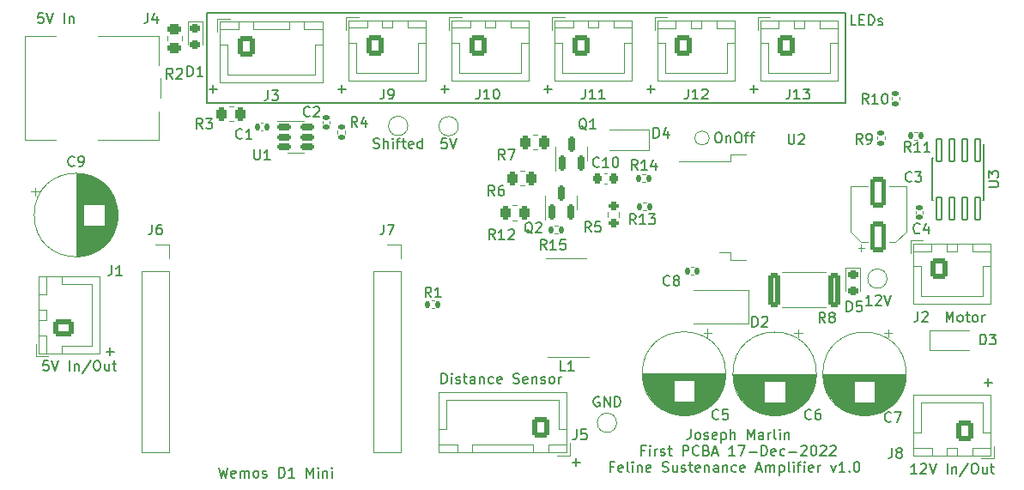
<source format=gto>
%TF.GenerationSoftware,KiCad,Pcbnew,(6.0.9)*%
%TF.CreationDate,2022-12-23T09:31:32-06:00*%
%TF.ProjectId,CatFeeder,43617446-6565-4646-9572-2e6b69636164,rev?*%
%TF.SameCoordinates,Original*%
%TF.FileFunction,Legend,Top*%
%TF.FilePolarity,Positive*%
%FSLAX46Y46*%
G04 Gerber Fmt 4.6, Leading zero omitted, Abs format (unit mm)*
G04 Created by KiCad (PCBNEW (6.0.9)) date 2022-12-23 09:31:32*
%MOMM*%
%LPD*%
G01*
G04 APERTURE LIST*
G04 Aperture macros list*
%AMRoundRect*
0 Rectangle with rounded corners*
0 $1 Rounding radius*
0 $2 $3 $4 $5 $6 $7 $8 $9 X,Y pos of 4 corners*
0 Add a 4 corners polygon primitive as box body*
4,1,4,$2,$3,$4,$5,$6,$7,$8,$9,$2,$3,0*
0 Add four circle primitives for the rounded corners*
1,1,$1+$1,$2,$3*
1,1,$1+$1,$4,$5*
1,1,$1+$1,$6,$7*
1,1,$1+$1,$8,$9*
0 Add four rect primitives between the rounded corners*
20,1,$1+$1,$2,$3,$4,$5,0*
20,1,$1+$1,$4,$5,$6,$7,0*
20,1,$1+$1,$6,$7,$8,$9,0*
20,1,$1+$1,$8,$9,$2,$3,0*%
G04 Aperture macros list end*
%ADD10C,0.150000*%
%ADD11C,0.120000*%
%ADD12RoundRect,0.250000X-0.450000X0.262500X-0.450000X-0.262500X0.450000X-0.262500X0.450000X0.262500X0*%
%ADD13RoundRect,0.250000X0.750000X-0.600000X0.750000X0.600000X-0.750000X0.600000X-0.750000X-0.600000X0*%
%ADD14O,2.000000X1.700000*%
%ADD15RoundRect,0.250000X0.600000X0.750000X-0.600000X0.750000X-0.600000X-0.750000X0.600000X-0.750000X0*%
%ADD16O,1.700000X2.000000*%
%ADD17RoundRect,0.250000X-0.262500X-0.450000X0.262500X-0.450000X0.262500X0.450000X-0.262500X0.450000X0*%
%ADD18C,1.000000*%
%ADD19C,1.500000*%
%ADD20RoundRect,0.140000X0.170000X-0.140000X0.170000X0.140000X-0.170000X0.140000X-0.170000X-0.140000X0*%
%ADD21R,1.600000X1.600000*%
%ADD22C,1.600000*%
%ADD23RoundRect,0.250000X-0.600000X-0.750000X0.600000X-0.750000X0.600000X0.750000X-0.600000X0.750000X0*%
%ADD24R,0.900000X1.200000*%
%ADD25RoundRect,0.135000X0.135000X0.185000X-0.135000X0.185000X-0.135000X-0.185000X0.135000X-0.185000X0*%
%ADD26RoundRect,0.140000X0.140000X0.170000X-0.140000X0.170000X-0.140000X-0.170000X0.140000X-0.170000X0*%
%ADD27RoundRect,0.150000X0.150000X-0.587500X0.150000X0.587500X-0.150000X0.587500X-0.150000X-0.587500X0*%
%ADD28RoundRect,0.250000X-0.362500X-1.425000X0.362500X-1.425000X0.362500X1.425000X-0.362500X1.425000X0*%
%ADD29RoundRect,0.135000X-0.135000X-0.185000X0.135000X-0.185000X0.135000X0.185000X-0.135000X0.185000X0*%
%ADD30RoundRect,0.150000X-0.512500X-0.150000X0.512500X-0.150000X0.512500X0.150000X-0.512500X0.150000X0*%
%ADD31RoundRect,0.225000X0.225000X0.250000X-0.225000X0.250000X-0.225000X-0.250000X0.225000X-0.250000X0*%
%ADD32RoundRect,0.135000X0.185000X-0.135000X0.185000X0.135000X-0.185000X0.135000X-0.185000X-0.135000X0*%
%ADD33R,1.700000X1.700000*%
%ADD34O,1.700000X1.700000*%
%ADD35R,2.500000X1.800000*%
%ADD36R,4.600000X0.800000*%
%ADD37R,9.400000X10.800000*%
%ADD38R,3.100000X2.400000*%
%ADD39RoundRect,0.070000X-0.250000X1.100000X-0.250000X-1.100000X0.250000X-1.100000X0.250000X1.100000X0*%
%ADD40C,0.770000*%
%ADD41RoundRect,0.140000X-0.140000X-0.170000X0.140000X-0.170000X0.140000X0.170000X-0.140000X0.170000X0*%
%ADD42C,4.300000*%
%ADD43RoundRect,0.250000X0.550000X-1.250000X0.550000X1.250000X-0.550000X1.250000X-0.550000X-1.250000X0*%
%ADD44R,2.920000X2.790000*%
%ADD45RoundRect,0.200000X0.275000X-0.200000X0.275000X0.200000X-0.275000X0.200000X-0.275000X-0.200000X0*%
%ADD46RoundRect,0.250000X-0.600000X-0.725000X0.600000X-0.725000X0.600000X0.725000X-0.600000X0.725000X0*%
%ADD47O,1.700000X1.950000*%
%ADD48RoundRect,0.250000X0.600000X0.725000X-0.600000X0.725000X-0.600000X-0.725000X0.600000X-0.725000X0*%
%ADD49RoundRect,0.218750X-0.256250X0.218750X-0.256250X-0.218750X0.256250X-0.218750X0.256250X0.218750X0*%
%ADD50RoundRect,0.135000X-0.185000X0.135000X-0.185000X-0.135000X0.185000X-0.135000X0.185000X0.135000X0*%
%ADD51R,2.000000X4.000000*%
%ADD52O,2.000000X3.300000*%
%ADD53O,3.500000X2.000000*%
%ADD54R,1.100000X1.100000*%
G04 APERTURE END LIST*
D10*
X105283047Y-101925428D02*
X106044952Y-101925428D01*
X105664000Y-102306380D02*
X105664000Y-101544476D01*
X151257047Y-112847428D02*
X152018952Y-112847428D01*
X151638000Y-113228380D02*
X151638000Y-112466476D01*
X191897047Y-104973428D02*
X192658952Y-104973428D01*
X192278000Y-105354380D02*
X192278000Y-104592476D01*
X168783047Y-76017428D02*
X169544952Y-76017428D01*
X169164000Y-76398380D02*
X169164000Y-75636476D01*
X158623047Y-76017428D02*
X159384952Y-76017428D01*
X159004000Y-76398380D02*
X159004000Y-75636476D01*
X148463047Y-76017428D02*
X149224952Y-76017428D01*
X148844000Y-76398380D02*
X148844000Y-75636476D01*
X138303047Y-76017428D02*
X139064952Y-76017428D01*
X138684000Y-76398380D02*
X138684000Y-75636476D01*
X128143047Y-76017428D02*
X128904952Y-76017428D01*
X128524000Y-76398380D02*
X128524000Y-75636476D01*
X115443047Y-76017428D02*
X116204952Y-76017428D01*
X115824000Y-76398380D02*
X115824000Y-75636476D01*
X99568380Y-102830380D02*
X99092190Y-102830380D01*
X99044571Y-103306571D01*
X99092190Y-103258952D01*
X99187428Y-103211333D01*
X99425523Y-103211333D01*
X99520761Y-103258952D01*
X99568380Y-103306571D01*
X99616000Y-103401809D01*
X99616000Y-103639904D01*
X99568380Y-103735142D01*
X99520761Y-103782761D01*
X99425523Y-103830380D01*
X99187428Y-103830380D01*
X99092190Y-103782761D01*
X99044571Y-103735142D01*
X99901714Y-102830380D02*
X100235047Y-103830380D01*
X100568380Y-102830380D01*
X101663619Y-103830380D02*
X101663619Y-102830380D01*
X102139809Y-103163714D02*
X102139809Y-103830380D01*
X102139809Y-103258952D02*
X102187428Y-103211333D01*
X102282666Y-103163714D01*
X102425523Y-103163714D01*
X102520761Y-103211333D01*
X102568380Y-103306571D01*
X102568380Y-103830380D01*
X103758857Y-102782761D02*
X102901714Y-104068476D01*
X104282666Y-102830380D02*
X104473142Y-102830380D01*
X104568380Y-102878000D01*
X104663619Y-102973238D01*
X104711238Y-103163714D01*
X104711238Y-103497047D01*
X104663619Y-103687523D01*
X104568380Y-103782761D01*
X104473142Y-103830380D01*
X104282666Y-103830380D01*
X104187428Y-103782761D01*
X104092190Y-103687523D01*
X104044571Y-103497047D01*
X104044571Y-103163714D01*
X104092190Y-102973238D01*
X104187428Y-102878000D01*
X104282666Y-102830380D01*
X105568380Y-103163714D02*
X105568380Y-103830380D01*
X105139809Y-103163714D02*
X105139809Y-103687523D01*
X105187428Y-103782761D01*
X105282666Y-103830380D01*
X105425523Y-103830380D01*
X105520761Y-103782761D01*
X105568380Y-103735142D01*
X105901714Y-103163714D02*
X106282666Y-103163714D01*
X106044571Y-102830380D02*
X106044571Y-103687523D01*
X106092190Y-103782761D01*
X106187428Y-103830380D01*
X106282666Y-103830380D01*
X185245809Y-113990380D02*
X184674380Y-113990380D01*
X184960095Y-113990380D02*
X184960095Y-112990380D01*
X184864857Y-113133238D01*
X184769619Y-113228476D01*
X184674380Y-113276095D01*
X185626761Y-113085619D02*
X185674380Y-113038000D01*
X185769619Y-112990380D01*
X186007714Y-112990380D01*
X186102952Y-113038000D01*
X186150571Y-113085619D01*
X186198190Y-113180857D01*
X186198190Y-113276095D01*
X186150571Y-113418952D01*
X185579142Y-113990380D01*
X186198190Y-113990380D01*
X186483904Y-112990380D02*
X186817238Y-113990380D01*
X187150571Y-112990380D01*
X188245809Y-113990380D02*
X188245809Y-112990380D01*
X188722000Y-113323714D02*
X188722000Y-113990380D01*
X188722000Y-113418952D02*
X188769619Y-113371333D01*
X188864857Y-113323714D01*
X189007714Y-113323714D01*
X189102952Y-113371333D01*
X189150571Y-113466571D01*
X189150571Y-113990380D01*
X190341047Y-112942761D02*
X189483904Y-114228476D01*
X190864857Y-112990380D02*
X191055333Y-112990380D01*
X191150571Y-113038000D01*
X191245809Y-113133238D01*
X191293428Y-113323714D01*
X191293428Y-113657047D01*
X191245809Y-113847523D01*
X191150571Y-113942761D01*
X191055333Y-113990380D01*
X190864857Y-113990380D01*
X190769619Y-113942761D01*
X190674380Y-113847523D01*
X190626761Y-113657047D01*
X190626761Y-113323714D01*
X190674380Y-113133238D01*
X190769619Y-113038000D01*
X190864857Y-112990380D01*
X192150571Y-113323714D02*
X192150571Y-113990380D01*
X191722000Y-113323714D02*
X191722000Y-113847523D01*
X191769619Y-113942761D01*
X191864857Y-113990380D01*
X192007714Y-113990380D01*
X192102952Y-113942761D01*
X192150571Y-113895142D01*
X192483904Y-113323714D02*
X192864857Y-113323714D01*
X192626761Y-112990380D02*
X192626761Y-113847523D01*
X192674380Y-113942761D01*
X192769619Y-113990380D01*
X192864857Y-113990380D01*
X178217200Y-77453200D02*
X115225200Y-77453200D01*
X115225200Y-77453200D02*
X115225200Y-68563200D01*
X115225200Y-68563200D02*
X178217200Y-68563200D01*
X178217200Y-68563200D02*
X178217200Y-77453200D01*
X99068095Y-68540380D02*
X98591904Y-68540380D01*
X98544285Y-69016571D01*
X98591904Y-68968952D01*
X98687142Y-68921333D01*
X98925238Y-68921333D01*
X99020476Y-68968952D01*
X99068095Y-69016571D01*
X99115714Y-69111809D01*
X99115714Y-69349904D01*
X99068095Y-69445142D01*
X99020476Y-69492761D01*
X98925238Y-69540380D01*
X98687142Y-69540380D01*
X98591904Y-69492761D01*
X98544285Y-69445142D01*
X99401428Y-68540380D02*
X99734761Y-69540380D01*
X100068095Y-68540380D01*
X101163333Y-69540380D02*
X101163333Y-68540380D01*
X101639523Y-68873714D02*
X101639523Y-69540380D01*
X101639523Y-68968952D02*
X101687142Y-68921333D01*
X101782380Y-68873714D01*
X101925238Y-68873714D01*
X102020476Y-68921333D01*
X102068095Y-69016571D01*
X102068095Y-69540380D01*
X162925714Y-109602380D02*
X162925714Y-110316666D01*
X162878095Y-110459523D01*
X162782857Y-110554761D01*
X162640000Y-110602380D01*
X162544761Y-110602380D01*
X163544761Y-110602380D02*
X163449523Y-110554761D01*
X163401904Y-110507142D01*
X163354285Y-110411904D01*
X163354285Y-110126190D01*
X163401904Y-110030952D01*
X163449523Y-109983333D01*
X163544761Y-109935714D01*
X163687619Y-109935714D01*
X163782857Y-109983333D01*
X163830476Y-110030952D01*
X163878095Y-110126190D01*
X163878095Y-110411904D01*
X163830476Y-110507142D01*
X163782857Y-110554761D01*
X163687619Y-110602380D01*
X163544761Y-110602380D01*
X164259047Y-110554761D02*
X164354285Y-110602380D01*
X164544761Y-110602380D01*
X164640000Y-110554761D01*
X164687619Y-110459523D01*
X164687619Y-110411904D01*
X164640000Y-110316666D01*
X164544761Y-110269047D01*
X164401904Y-110269047D01*
X164306666Y-110221428D01*
X164259047Y-110126190D01*
X164259047Y-110078571D01*
X164306666Y-109983333D01*
X164401904Y-109935714D01*
X164544761Y-109935714D01*
X164640000Y-109983333D01*
X165497142Y-110554761D02*
X165401904Y-110602380D01*
X165211428Y-110602380D01*
X165116190Y-110554761D01*
X165068571Y-110459523D01*
X165068571Y-110078571D01*
X165116190Y-109983333D01*
X165211428Y-109935714D01*
X165401904Y-109935714D01*
X165497142Y-109983333D01*
X165544761Y-110078571D01*
X165544761Y-110173809D01*
X165068571Y-110269047D01*
X165973333Y-109935714D02*
X165973333Y-110935714D01*
X165973333Y-109983333D02*
X166068571Y-109935714D01*
X166259047Y-109935714D01*
X166354285Y-109983333D01*
X166401904Y-110030952D01*
X166449523Y-110126190D01*
X166449523Y-110411904D01*
X166401904Y-110507142D01*
X166354285Y-110554761D01*
X166259047Y-110602380D01*
X166068571Y-110602380D01*
X165973333Y-110554761D01*
X166878095Y-110602380D02*
X166878095Y-109602380D01*
X167306666Y-110602380D02*
X167306666Y-110078571D01*
X167259047Y-109983333D01*
X167163809Y-109935714D01*
X167020952Y-109935714D01*
X166925714Y-109983333D01*
X166878095Y-110030952D01*
X168544761Y-110602380D02*
X168544761Y-109602380D01*
X168878095Y-110316666D01*
X169211428Y-109602380D01*
X169211428Y-110602380D01*
X170116190Y-110602380D02*
X170116190Y-110078571D01*
X170068571Y-109983333D01*
X169973333Y-109935714D01*
X169782857Y-109935714D01*
X169687619Y-109983333D01*
X170116190Y-110554761D02*
X170020952Y-110602380D01*
X169782857Y-110602380D01*
X169687619Y-110554761D01*
X169640000Y-110459523D01*
X169640000Y-110364285D01*
X169687619Y-110269047D01*
X169782857Y-110221428D01*
X170020952Y-110221428D01*
X170116190Y-110173809D01*
X170592380Y-110602380D02*
X170592380Y-109935714D01*
X170592380Y-110126190D02*
X170640000Y-110030952D01*
X170687619Y-109983333D01*
X170782857Y-109935714D01*
X170878095Y-109935714D01*
X171354285Y-110602380D02*
X171259047Y-110554761D01*
X171211428Y-110459523D01*
X171211428Y-109602380D01*
X171735238Y-110602380D02*
X171735238Y-109935714D01*
X171735238Y-109602380D02*
X171687619Y-109650000D01*
X171735238Y-109697619D01*
X171782857Y-109650000D01*
X171735238Y-109602380D01*
X171735238Y-109697619D01*
X172211428Y-109935714D02*
X172211428Y-110602380D01*
X172211428Y-110030952D02*
X172259047Y-109983333D01*
X172354285Y-109935714D01*
X172497142Y-109935714D01*
X172592380Y-109983333D01*
X172640000Y-110078571D01*
X172640000Y-110602380D01*
X158401904Y-111688571D02*
X158068571Y-111688571D01*
X158068571Y-112212380D02*
X158068571Y-111212380D01*
X158544761Y-111212380D01*
X158925714Y-112212380D02*
X158925714Y-111545714D01*
X158925714Y-111212380D02*
X158878095Y-111260000D01*
X158925714Y-111307619D01*
X158973333Y-111260000D01*
X158925714Y-111212380D01*
X158925714Y-111307619D01*
X159401904Y-112212380D02*
X159401904Y-111545714D01*
X159401904Y-111736190D02*
X159449523Y-111640952D01*
X159497142Y-111593333D01*
X159592380Y-111545714D01*
X159687619Y-111545714D01*
X159973333Y-112164761D02*
X160068571Y-112212380D01*
X160259047Y-112212380D01*
X160354285Y-112164761D01*
X160401904Y-112069523D01*
X160401904Y-112021904D01*
X160354285Y-111926666D01*
X160259047Y-111879047D01*
X160116190Y-111879047D01*
X160020952Y-111831428D01*
X159973333Y-111736190D01*
X159973333Y-111688571D01*
X160020952Y-111593333D01*
X160116190Y-111545714D01*
X160259047Y-111545714D01*
X160354285Y-111593333D01*
X160687619Y-111545714D02*
X161068571Y-111545714D01*
X160830476Y-111212380D02*
X160830476Y-112069523D01*
X160878095Y-112164761D01*
X160973333Y-112212380D01*
X161068571Y-112212380D01*
X162163809Y-112212380D02*
X162163809Y-111212380D01*
X162544761Y-111212380D01*
X162640000Y-111260000D01*
X162687619Y-111307619D01*
X162735238Y-111402857D01*
X162735238Y-111545714D01*
X162687619Y-111640952D01*
X162640000Y-111688571D01*
X162544761Y-111736190D01*
X162163809Y-111736190D01*
X163735238Y-112117142D02*
X163687619Y-112164761D01*
X163544761Y-112212380D01*
X163449523Y-112212380D01*
X163306666Y-112164761D01*
X163211428Y-112069523D01*
X163163809Y-111974285D01*
X163116190Y-111783809D01*
X163116190Y-111640952D01*
X163163809Y-111450476D01*
X163211428Y-111355238D01*
X163306666Y-111260000D01*
X163449523Y-111212380D01*
X163544761Y-111212380D01*
X163687619Y-111260000D01*
X163735238Y-111307619D01*
X164497142Y-111688571D02*
X164640000Y-111736190D01*
X164687619Y-111783809D01*
X164735238Y-111879047D01*
X164735238Y-112021904D01*
X164687619Y-112117142D01*
X164640000Y-112164761D01*
X164544761Y-112212380D01*
X164163809Y-112212380D01*
X164163809Y-111212380D01*
X164497142Y-111212380D01*
X164592380Y-111260000D01*
X164640000Y-111307619D01*
X164687619Y-111402857D01*
X164687619Y-111498095D01*
X164640000Y-111593333D01*
X164592380Y-111640952D01*
X164497142Y-111688571D01*
X164163809Y-111688571D01*
X165116190Y-111926666D02*
X165592380Y-111926666D01*
X165020952Y-112212380D02*
X165354285Y-111212380D01*
X165687619Y-112212380D01*
X167306666Y-112212380D02*
X166735238Y-112212380D01*
X167020952Y-112212380D02*
X167020952Y-111212380D01*
X166925714Y-111355238D01*
X166830476Y-111450476D01*
X166735238Y-111498095D01*
X167640000Y-111212380D02*
X168306666Y-111212380D01*
X167878095Y-112212380D01*
X168687619Y-111831428D02*
X169449523Y-111831428D01*
X169925714Y-112212380D02*
X169925714Y-111212380D01*
X170163809Y-111212380D01*
X170306666Y-111260000D01*
X170401904Y-111355238D01*
X170449523Y-111450476D01*
X170497142Y-111640952D01*
X170497142Y-111783809D01*
X170449523Y-111974285D01*
X170401904Y-112069523D01*
X170306666Y-112164761D01*
X170163809Y-112212380D01*
X169925714Y-112212380D01*
X171306666Y-112164761D02*
X171211428Y-112212380D01*
X171020952Y-112212380D01*
X170925714Y-112164761D01*
X170878095Y-112069523D01*
X170878095Y-111688571D01*
X170925714Y-111593333D01*
X171020952Y-111545714D01*
X171211428Y-111545714D01*
X171306666Y-111593333D01*
X171354285Y-111688571D01*
X171354285Y-111783809D01*
X170878095Y-111879047D01*
X172211428Y-112164761D02*
X172116190Y-112212380D01*
X171925714Y-112212380D01*
X171830476Y-112164761D01*
X171782857Y-112117142D01*
X171735238Y-112021904D01*
X171735238Y-111736190D01*
X171782857Y-111640952D01*
X171830476Y-111593333D01*
X171925714Y-111545714D01*
X172116190Y-111545714D01*
X172211428Y-111593333D01*
X172640000Y-111831428D02*
X173401904Y-111831428D01*
X173830476Y-111307619D02*
X173878095Y-111260000D01*
X173973333Y-111212380D01*
X174211428Y-111212380D01*
X174306666Y-111260000D01*
X174354285Y-111307619D01*
X174401904Y-111402857D01*
X174401904Y-111498095D01*
X174354285Y-111640952D01*
X173782857Y-112212380D01*
X174401904Y-112212380D01*
X175020952Y-111212380D02*
X175116190Y-111212380D01*
X175211428Y-111260000D01*
X175259047Y-111307619D01*
X175306666Y-111402857D01*
X175354285Y-111593333D01*
X175354285Y-111831428D01*
X175306666Y-112021904D01*
X175259047Y-112117142D01*
X175211428Y-112164761D01*
X175116190Y-112212380D01*
X175020952Y-112212380D01*
X174925714Y-112164761D01*
X174878095Y-112117142D01*
X174830476Y-112021904D01*
X174782857Y-111831428D01*
X174782857Y-111593333D01*
X174830476Y-111402857D01*
X174878095Y-111307619D01*
X174925714Y-111260000D01*
X175020952Y-111212380D01*
X175735238Y-111307619D02*
X175782857Y-111260000D01*
X175878095Y-111212380D01*
X176116190Y-111212380D01*
X176211428Y-111260000D01*
X176259047Y-111307619D01*
X176306666Y-111402857D01*
X176306666Y-111498095D01*
X176259047Y-111640952D01*
X175687619Y-112212380D01*
X176306666Y-112212380D01*
X176687619Y-111307619D02*
X176735238Y-111260000D01*
X176830476Y-111212380D01*
X177068571Y-111212380D01*
X177163809Y-111260000D01*
X177211428Y-111307619D01*
X177259047Y-111402857D01*
X177259047Y-111498095D01*
X177211428Y-111640952D01*
X176640000Y-112212380D01*
X177259047Y-112212380D01*
X155306666Y-113298571D02*
X154973333Y-113298571D01*
X154973333Y-113822380D02*
X154973333Y-112822380D01*
X155449523Y-112822380D01*
X156211428Y-113774761D02*
X156116190Y-113822380D01*
X155925714Y-113822380D01*
X155830476Y-113774761D01*
X155782857Y-113679523D01*
X155782857Y-113298571D01*
X155830476Y-113203333D01*
X155925714Y-113155714D01*
X156116190Y-113155714D01*
X156211428Y-113203333D01*
X156259047Y-113298571D01*
X156259047Y-113393809D01*
X155782857Y-113489047D01*
X156830476Y-113822380D02*
X156735238Y-113774761D01*
X156687619Y-113679523D01*
X156687619Y-112822380D01*
X157211428Y-113822380D02*
X157211428Y-113155714D01*
X157211428Y-112822380D02*
X157163809Y-112870000D01*
X157211428Y-112917619D01*
X157259047Y-112870000D01*
X157211428Y-112822380D01*
X157211428Y-112917619D01*
X157687619Y-113155714D02*
X157687619Y-113822380D01*
X157687619Y-113250952D02*
X157735238Y-113203333D01*
X157830476Y-113155714D01*
X157973333Y-113155714D01*
X158068571Y-113203333D01*
X158116190Y-113298571D01*
X158116190Y-113822380D01*
X158973333Y-113774761D02*
X158878095Y-113822380D01*
X158687619Y-113822380D01*
X158592380Y-113774761D01*
X158544761Y-113679523D01*
X158544761Y-113298571D01*
X158592380Y-113203333D01*
X158687619Y-113155714D01*
X158878095Y-113155714D01*
X158973333Y-113203333D01*
X159020952Y-113298571D01*
X159020952Y-113393809D01*
X158544761Y-113489047D01*
X160163809Y-113774761D02*
X160306666Y-113822380D01*
X160544761Y-113822380D01*
X160640000Y-113774761D01*
X160687619Y-113727142D01*
X160735238Y-113631904D01*
X160735238Y-113536666D01*
X160687619Y-113441428D01*
X160640000Y-113393809D01*
X160544761Y-113346190D01*
X160354285Y-113298571D01*
X160259047Y-113250952D01*
X160211428Y-113203333D01*
X160163809Y-113108095D01*
X160163809Y-113012857D01*
X160211428Y-112917619D01*
X160259047Y-112870000D01*
X160354285Y-112822380D01*
X160592380Y-112822380D01*
X160735238Y-112870000D01*
X161592380Y-113155714D02*
X161592380Y-113822380D01*
X161163809Y-113155714D02*
X161163809Y-113679523D01*
X161211428Y-113774761D01*
X161306666Y-113822380D01*
X161449523Y-113822380D01*
X161544761Y-113774761D01*
X161592380Y-113727142D01*
X162020952Y-113774761D02*
X162116190Y-113822380D01*
X162306666Y-113822380D01*
X162401904Y-113774761D01*
X162449523Y-113679523D01*
X162449523Y-113631904D01*
X162401904Y-113536666D01*
X162306666Y-113489047D01*
X162163809Y-113489047D01*
X162068571Y-113441428D01*
X162020952Y-113346190D01*
X162020952Y-113298571D01*
X162068571Y-113203333D01*
X162163809Y-113155714D01*
X162306666Y-113155714D01*
X162401904Y-113203333D01*
X162735238Y-113155714D02*
X163116190Y-113155714D01*
X162878095Y-112822380D02*
X162878095Y-113679523D01*
X162925714Y-113774761D01*
X163020952Y-113822380D01*
X163116190Y-113822380D01*
X163830476Y-113774761D02*
X163735238Y-113822380D01*
X163544761Y-113822380D01*
X163449523Y-113774761D01*
X163401904Y-113679523D01*
X163401904Y-113298571D01*
X163449523Y-113203333D01*
X163544761Y-113155714D01*
X163735238Y-113155714D01*
X163830476Y-113203333D01*
X163878095Y-113298571D01*
X163878095Y-113393809D01*
X163401904Y-113489047D01*
X164306666Y-113155714D02*
X164306666Y-113822380D01*
X164306666Y-113250952D02*
X164354285Y-113203333D01*
X164449523Y-113155714D01*
X164592380Y-113155714D01*
X164687619Y-113203333D01*
X164735238Y-113298571D01*
X164735238Y-113822380D01*
X165640000Y-113822380D02*
X165640000Y-113298571D01*
X165592380Y-113203333D01*
X165497142Y-113155714D01*
X165306666Y-113155714D01*
X165211428Y-113203333D01*
X165640000Y-113774761D02*
X165544761Y-113822380D01*
X165306666Y-113822380D01*
X165211428Y-113774761D01*
X165163809Y-113679523D01*
X165163809Y-113584285D01*
X165211428Y-113489047D01*
X165306666Y-113441428D01*
X165544761Y-113441428D01*
X165640000Y-113393809D01*
X166116190Y-113155714D02*
X166116190Y-113822380D01*
X166116190Y-113250952D02*
X166163809Y-113203333D01*
X166259047Y-113155714D01*
X166401904Y-113155714D01*
X166497142Y-113203333D01*
X166544761Y-113298571D01*
X166544761Y-113822380D01*
X167449523Y-113774761D02*
X167354285Y-113822380D01*
X167163809Y-113822380D01*
X167068571Y-113774761D01*
X167020952Y-113727142D01*
X166973333Y-113631904D01*
X166973333Y-113346190D01*
X167020952Y-113250952D01*
X167068571Y-113203333D01*
X167163809Y-113155714D01*
X167354285Y-113155714D01*
X167449523Y-113203333D01*
X168259047Y-113774761D02*
X168163809Y-113822380D01*
X167973333Y-113822380D01*
X167878095Y-113774761D01*
X167830476Y-113679523D01*
X167830476Y-113298571D01*
X167878095Y-113203333D01*
X167973333Y-113155714D01*
X168163809Y-113155714D01*
X168259047Y-113203333D01*
X168306666Y-113298571D01*
X168306666Y-113393809D01*
X167830476Y-113489047D01*
X169449523Y-113536666D02*
X169925714Y-113536666D01*
X169354285Y-113822380D02*
X169687619Y-112822380D01*
X170020952Y-113822380D01*
X170354285Y-113822380D02*
X170354285Y-113155714D01*
X170354285Y-113250952D02*
X170401904Y-113203333D01*
X170497142Y-113155714D01*
X170640000Y-113155714D01*
X170735238Y-113203333D01*
X170782857Y-113298571D01*
X170782857Y-113822380D01*
X170782857Y-113298571D02*
X170830476Y-113203333D01*
X170925714Y-113155714D01*
X171068571Y-113155714D01*
X171163809Y-113203333D01*
X171211428Y-113298571D01*
X171211428Y-113822380D01*
X171687619Y-113155714D02*
X171687619Y-114155714D01*
X171687619Y-113203333D02*
X171782857Y-113155714D01*
X171973333Y-113155714D01*
X172068571Y-113203333D01*
X172116190Y-113250952D01*
X172163809Y-113346190D01*
X172163809Y-113631904D01*
X172116190Y-113727142D01*
X172068571Y-113774761D01*
X171973333Y-113822380D01*
X171782857Y-113822380D01*
X171687619Y-113774761D01*
X172735238Y-113822380D02*
X172640000Y-113774761D01*
X172592380Y-113679523D01*
X172592380Y-112822380D01*
X173116190Y-113822380D02*
X173116190Y-113155714D01*
X173116190Y-112822380D02*
X173068571Y-112870000D01*
X173116190Y-112917619D01*
X173163809Y-112870000D01*
X173116190Y-112822380D01*
X173116190Y-112917619D01*
X173449523Y-113155714D02*
X173830476Y-113155714D01*
X173592380Y-113822380D02*
X173592380Y-112965238D01*
X173640000Y-112870000D01*
X173735238Y-112822380D01*
X173830476Y-112822380D01*
X174163809Y-113822380D02*
X174163809Y-113155714D01*
X174163809Y-112822380D02*
X174116190Y-112870000D01*
X174163809Y-112917619D01*
X174211428Y-112870000D01*
X174163809Y-112822380D01*
X174163809Y-112917619D01*
X175020952Y-113774761D02*
X174925714Y-113822380D01*
X174735238Y-113822380D01*
X174640000Y-113774761D01*
X174592380Y-113679523D01*
X174592380Y-113298571D01*
X174640000Y-113203333D01*
X174735238Y-113155714D01*
X174925714Y-113155714D01*
X175020952Y-113203333D01*
X175068571Y-113298571D01*
X175068571Y-113393809D01*
X174592380Y-113489047D01*
X175497142Y-113822380D02*
X175497142Y-113155714D01*
X175497142Y-113346190D02*
X175544761Y-113250952D01*
X175592380Y-113203333D01*
X175687619Y-113155714D01*
X175782857Y-113155714D01*
X176782857Y-113155714D02*
X177020952Y-113822380D01*
X177259047Y-113155714D01*
X178163809Y-113822380D02*
X177592380Y-113822380D01*
X177878095Y-113822380D02*
X177878095Y-112822380D01*
X177782857Y-112965238D01*
X177687619Y-113060476D01*
X177592380Y-113108095D01*
X178592380Y-113727142D02*
X178640000Y-113774761D01*
X178592380Y-113822380D01*
X178544761Y-113774761D01*
X178592380Y-113727142D01*
X178592380Y-113822380D01*
X179259047Y-112822380D02*
X179354285Y-112822380D01*
X179449523Y-112870000D01*
X179497142Y-112917619D01*
X179544761Y-113012857D01*
X179592380Y-113203333D01*
X179592380Y-113441428D01*
X179544761Y-113631904D01*
X179497142Y-113727142D01*
X179449523Y-113774761D01*
X179354285Y-113822380D01*
X179259047Y-113822380D01*
X179163809Y-113774761D01*
X179116190Y-113727142D01*
X179068571Y-113631904D01*
X179020952Y-113441428D01*
X179020952Y-113203333D01*
X179068571Y-113012857D01*
X179116190Y-112917619D01*
X179163809Y-112870000D01*
X179259047Y-112822380D01*
X188158666Y-99004380D02*
X188158666Y-98004380D01*
X188492000Y-98718666D01*
X188825333Y-98004380D01*
X188825333Y-99004380D01*
X189444380Y-99004380D02*
X189349142Y-98956761D01*
X189301523Y-98909142D01*
X189253904Y-98813904D01*
X189253904Y-98528190D01*
X189301523Y-98432952D01*
X189349142Y-98385333D01*
X189444380Y-98337714D01*
X189587238Y-98337714D01*
X189682476Y-98385333D01*
X189730095Y-98432952D01*
X189777714Y-98528190D01*
X189777714Y-98813904D01*
X189730095Y-98909142D01*
X189682476Y-98956761D01*
X189587238Y-99004380D01*
X189444380Y-99004380D01*
X190063428Y-98337714D02*
X190444380Y-98337714D01*
X190206285Y-98004380D02*
X190206285Y-98861523D01*
X190253904Y-98956761D01*
X190349142Y-99004380D01*
X190444380Y-99004380D01*
X190920571Y-99004380D02*
X190825333Y-98956761D01*
X190777714Y-98909142D01*
X190730095Y-98813904D01*
X190730095Y-98528190D01*
X190777714Y-98432952D01*
X190825333Y-98385333D01*
X190920571Y-98337714D01*
X191063428Y-98337714D01*
X191158666Y-98385333D01*
X191206285Y-98432952D01*
X191253904Y-98528190D01*
X191253904Y-98813904D01*
X191206285Y-98909142D01*
X191158666Y-98956761D01*
X191063428Y-99004380D01*
X190920571Y-99004380D01*
X191682476Y-99004380D02*
X191682476Y-98337714D01*
X191682476Y-98528190D02*
X191730095Y-98432952D01*
X191777714Y-98385333D01*
X191872952Y-98337714D01*
X191968190Y-98337714D01*
X179241580Y-69718180D02*
X178765390Y-69718180D01*
X178765390Y-68718180D01*
X179574914Y-69194371D02*
X179908247Y-69194371D01*
X180051104Y-69718180D02*
X179574914Y-69718180D01*
X179574914Y-68718180D01*
X180051104Y-68718180D01*
X180479676Y-69718180D02*
X180479676Y-68718180D01*
X180717771Y-68718180D01*
X180860628Y-68765800D01*
X180955866Y-68861038D01*
X181003485Y-68956276D01*
X181051104Y-69146752D01*
X181051104Y-69289609D01*
X181003485Y-69480085D01*
X180955866Y-69575323D01*
X180860628Y-69670561D01*
X180717771Y-69718180D01*
X180479676Y-69718180D01*
X181432057Y-69670561D02*
X181527295Y-69718180D01*
X181717771Y-69718180D01*
X181813009Y-69670561D01*
X181860628Y-69575323D01*
X181860628Y-69527704D01*
X181813009Y-69432466D01*
X181717771Y-69384847D01*
X181574914Y-69384847D01*
X181479676Y-69337228D01*
X181432057Y-69241990D01*
X181432057Y-69194371D01*
X181479676Y-69099133D01*
X181574914Y-69051514D01*
X181717771Y-69051514D01*
X181813009Y-69099133D01*
X138364057Y-105100380D02*
X138364057Y-104100380D01*
X138602152Y-104100380D01*
X138745009Y-104148000D01*
X138840247Y-104243238D01*
X138887866Y-104338476D01*
X138935485Y-104528952D01*
X138935485Y-104671809D01*
X138887866Y-104862285D01*
X138840247Y-104957523D01*
X138745009Y-105052761D01*
X138602152Y-105100380D01*
X138364057Y-105100380D01*
X139364057Y-105100380D02*
X139364057Y-104433714D01*
X139364057Y-104100380D02*
X139316438Y-104148000D01*
X139364057Y-104195619D01*
X139411676Y-104148000D01*
X139364057Y-104100380D01*
X139364057Y-104195619D01*
X139792628Y-105052761D02*
X139887866Y-105100380D01*
X140078342Y-105100380D01*
X140173580Y-105052761D01*
X140221200Y-104957523D01*
X140221200Y-104909904D01*
X140173580Y-104814666D01*
X140078342Y-104767047D01*
X139935485Y-104767047D01*
X139840247Y-104719428D01*
X139792628Y-104624190D01*
X139792628Y-104576571D01*
X139840247Y-104481333D01*
X139935485Y-104433714D01*
X140078342Y-104433714D01*
X140173580Y-104481333D01*
X140506914Y-104433714D02*
X140887866Y-104433714D01*
X140649771Y-104100380D02*
X140649771Y-104957523D01*
X140697390Y-105052761D01*
X140792628Y-105100380D01*
X140887866Y-105100380D01*
X141649771Y-105100380D02*
X141649771Y-104576571D01*
X141602152Y-104481333D01*
X141506914Y-104433714D01*
X141316438Y-104433714D01*
X141221200Y-104481333D01*
X141649771Y-105052761D02*
X141554533Y-105100380D01*
X141316438Y-105100380D01*
X141221200Y-105052761D01*
X141173580Y-104957523D01*
X141173580Y-104862285D01*
X141221200Y-104767047D01*
X141316438Y-104719428D01*
X141554533Y-104719428D01*
X141649771Y-104671809D01*
X142125961Y-104433714D02*
X142125961Y-105100380D01*
X142125961Y-104528952D02*
X142173580Y-104481333D01*
X142268819Y-104433714D01*
X142411676Y-104433714D01*
X142506914Y-104481333D01*
X142554533Y-104576571D01*
X142554533Y-105100380D01*
X143459295Y-105052761D02*
X143364057Y-105100380D01*
X143173580Y-105100380D01*
X143078342Y-105052761D01*
X143030723Y-105005142D01*
X142983104Y-104909904D01*
X142983104Y-104624190D01*
X143030723Y-104528952D01*
X143078342Y-104481333D01*
X143173580Y-104433714D01*
X143364057Y-104433714D01*
X143459295Y-104481333D01*
X144268819Y-105052761D02*
X144173580Y-105100380D01*
X143983104Y-105100380D01*
X143887866Y-105052761D01*
X143840247Y-104957523D01*
X143840247Y-104576571D01*
X143887866Y-104481333D01*
X143983104Y-104433714D01*
X144173580Y-104433714D01*
X144268819Y-104481333D01*
X144316438Y-104576571D01*
X144316438Y-104671809D01*
X143840247Y-104767047D01*
X145459295Y-105052761D02*
X145602152Y-105100380D01*
X145840247Y-105100380D01*
X145935485Y-105052761D01*
X145983104Y-105005142D01*
X146030723Y-104909904D01*
X146030723Y-104814666D01*
X145983104Y-104719428D01*
X145935485Y-104671809D01*
X145840247Y-104624190D01*
X145649771Y-104576571D01*
X145554533Y-104528952D01*
X145506914Y-104481333D01*
X145459295Y-104386095D01*
X145459295Y-104290857D01*
X145506914Y-104195619D01*
X145554533Y-104148000D01*
X145649771Y-104100380D01*
X145887866Y-104100380D01*
X146030723Y-104148000D01*
X146840247Y-105052761D02*
X146745009Y-105100380D01*
X146554533Y-105100380D01*
X146459295Y-105052761D01*
X146411676Y-104957523D01*
X146411676Y-104576571D01*
X146459295Y-104481333D01*
X146554533Y-104433714D01*
X146745009Y-104433714D01*
X146840247Y-104481333D01*
X146887866Y-104576571D01*
X146887866Y-104671809D01*
X146411676Y-104767047D01*
X147316438Y-104433714D02*
X147316438Y-105100380D01*
X147316438Y-104528952D02*
X147364057Y-104481333D01*
X147459295Y-104433714D01*
X147602152Y-104433714D01*
X147697390Y-104481333D01*
X147745009Y-104576571D01*
X147745009Y-105100380D01*
X148173580Y-105052761D02*
X148268819Y-105100380D01*
X148459295Y-105100380D01*
X148554533Y-105052761D01*
X148602152Y-104957523D01*
X148602152Y-104909904D01*
X148554533Y-104814666D01*
X148459295Y-104767047D01*
X148316438Y-104767047D01*
X148221200Y-104719428D01*
X148173580Y-104624190D01*
X148173580Y-104576571D01*
X148221200Y-104481333D01*
X148316438Y-104433714D01*
X148459295Y-104433714D01*
X148554533Y-104481333D01*
X149173580Y-105100380D02*
X149078342Y-105052761D01*
X149030723Y-105005142D01*
X148983104Y-104909904D01*
X148983104Y-104624190D01*
X149030723Y-104528952D01*
X149078342Y-104481333D01*
X149173580Y-104433714D01*
X149316438Y-104433714D01*
X149411676Y-104481333D01*
X149459295Y-104528952D01*
X149506914Y-104624190D01*
X149506914Y-104909904D01*
X149459295Y-105005142D01*
X149411676Y-105052761D01*
X149316438Y-105100380D01*
X149173580Y-105100380D01*
X149935485Y-105100380D02*
X149935485Y-104433714D01*
X149935485Y-104624190D02*
X149983104Y-104528952D01*
X150030723Y-104481333D01*
X150125961Y-104433714D01*
X150221200Y-104433714D01*
X116427952Y-113371380D02*
X116666047Y-114371380D01*
X116856523Y-113657095D01*
X117047000Y-114371380D01*
X117285095Y-113371380D01*
X118047000Y-114323761D02*
X117951761Y-114371380D01*
X117761285Y-114371380D01*
X117666047Y-114323761D01*
X117618428Y-114228523D01*
X117618428Y-113847571D01*
X117666047Y-113752333D01*
X117761285Y-113704714D01*
X117951761Y-113704714D01*
X118047000Y-113752333D01*
X118094619Y-113847571D01*
X118094619Y-113942809D01*
X117618428Y-114038047D01*
X118523190Y-114371380D02*
X118523190Y-113704714D01*
X118523190Y-113799952D02*
X118570809Y-113752333D01*
X118666047Y-113704714D01*
X118808904Y-113704714D01*
X118904142Y-113752333D01*
X118951761Y-113847571D01*
X118951761Y-114371380D01*
X118951761Y-113847571D02*
X118999380Y-113752333D01*
X119094619Y-113704714D01*
X119237476Y-113704714D01*
X119332714Y-113752333D01*
X119380333Y-113847571D01*
X119380333Y-114371380D01*
X119999380Y-114371380D02*
X119904142Y-114323761D01*
X119856523Y-114276142D01*
X119808904Y-114180904D01*
X119808904Y-113895190D01*
X119856523Y-113799952D01*
X119904142Y-113752333D01*
X119999380Y-113704714D01*
X120142238Y-113704714D01*
X120237476Y-113752333D01*
X120285095Y-113799952D01*
X120332714Y-113895190D01*
X120332714Y-114180904D01*
X120285095Y-114276142D01*
X120237476Y-114323761D01*
X120142238Y-114371380D01*
X119999380Y-114371380D01*
X120713666Y-114323761D02*
X120808904Y-114371380D01*
X120999380Y-114371380D01*
X121094619Y-114323761D01*
X121142238Y-114228523D01*
X121142238Y-114180904D01*
X121094619Y-114085666D01*
X120999380Y-114038047D01*
X120856523Y-114038047D01*
X120761285Y-113990428D01*
X120713666Y-113895190D01*
X120713666Y-113847571D01*
X120761285Y-113752333D01*
X120856523Y-113704714D01*
X120999380Y-113704714D01*
X121094619Y-113752333D01*
X122332714Y-114371380D02*
X122332714Y-113371380D01*
X122570809Y-113371380D01*
X122713666Y-113419000D01*
X122808904Y-113514238D01*
X122856523Y-113609476D01*
X122904142Y-113799952D01*
X122904142Y-113942809D01*
X122856523Y-114133285D01*
X122808904Y-114228523D01*
X122713666Y-114323761D01*
X122570809Y-114371380D01*
X122332714Y-114371380D01*
X123856523Y-114371380D02*
X123285095Y-114371380D01*
X123570809Y-114371380D02*
X123570809Y-113371380D01*
X123475571Y-113514238D01*
X123380333Y-113609476D01*
X123285095Y-113657095D01*
X125047000Y-114371380D02*
X125047000Y-113371380D01*
X125380333Y-114085666D01*
X125713666Y-113371380D01*
X125713666Y-114371380D01*
X126189857Y-114371380D02*
X126189857Y-113704714D01*
X126189857Y-113371380D02*
X126142238Y-113419000D01*
X126189857Y-113466619D01*
X126237476Y-113419000D01*
X126189857Y-113371380D01*
X126189857Y-113466619D01*
X126666047Y-113704714D02*
X126666047Y-114371380D01*
X126666047Y-113799952D02*
X126713666Y-113752333D01*
X126808904Y-113704714D01*
X126951761Y-113704714D01*
X127047000Y-113752333D01*
X127094619Y-113847571D01*
X127094619Y-114371380D01*
X127570809Y-114371380D02*
X127570809Y-113704714D01*
X127570809Y-113371380D02*
X127523190Y-113419000D01*
X127570809Y-113466619D01*
X127618428Y-113419000D01*
X127570809Y-113371380D01*
X127570809Y-113466619D01*
%TO.C,R2*%
X111847333Y-75001380D02*
X111514000Y-74525190D01*
X111275904Y-75001380D02*
X111275904Y-74001380D01*
X111656857Y-74001380D01*
X111752095Y-74049000D01*
X111799714Y-74096619D01*
X111847333Y-74191857D01*
X111847333Y-74334714D01*
X111799714Y-74429952D01*
X111752095Y-74477571D01*
X111656857Y-74525190D01*
X111275904Y-74525190D01*
X112228285Y-74096619D02*
X112275904Y-74049000D01*
X112371142Y-74001380D01*
X112609238Y-74001380D01*
X112704476Y-74049000D01*
X112752095Y-74096619D01*
X112799714Y-74191857D01*
X112799714Y-74287095D01*
X112752095Y-74429952D01*
X112180666Y-75001380D01*
X112799714Y-75001380D01*
%TO.C,J1*%
X105838666Y-93432380D02*
X105838666Y-94146666D01*
X105791047Y-94289523D01*
X105695809Y-94384761D01*
X105552952Y-94432380D01*
X105457714Y-94432380D01*
X106838666Y-94432380D02*
X106267238Y-94432380D01*
X106552952Y-94432380D02*
X106552952Y-93432380D01*
X106457714Y-93575238D01*
X106362476Y-93670476D01*
X106267238Y-93718095D01*
%TO.C,J8*%
X182800666Y-111466380D02*
X182800666Y-112180666D01*
X182753047Y-112323523D01*
X182657809Y-112418761D01*
X182514952Y-112466380D01*
X182419714Y-112466380D01*
X183419714Y-111894952D02*
X183324476Y-111847333D01*
X183276857Y-111799714D01*
X183229238Y-111704476D01*
X183229238Y-111656857D01*
X183276857Y-111561619D01*
X183324476Y-111514000D01*
X183419714Y-111466380D01*
X183610190Y-111466380D01*
X183705428Y-111514000D01*
X183753047Y-111561619D01*
X183800666Y-111656857D01*
X183800666Y-111704476D01*
X183753047Y-111799714D01*
X183705428Y-111847333D01*
X183610190Y-111894952D01*
X183419714Y-111894952D01*
X183324476Y-111942571D01*
X183276857Y-111990190D01*
X183229238Y-112085428D01*
X183229238Y-112275904D01*
X183276857Y-112371142D01*
X183324476Y-112418761D01*
X183419714Y-112466380D01*
X183610190Y-112466380D01*
X183705428Y-112418761D01*
X183753047Y-112371142D01*
X183800666Y-112275904D01*
X183800666Y-112085428D01*
X183753047Y-111990190D01*
X183705428Y-111942571D01*
X183610190Y-111894952D01*
%TO.C,R12*%
X143629142Y-90876380D02*
X143295809Y-90400190D01*
X143057714Y-90876380D02*
X143057714Y-89876380D01*
X143438666Y-89876380D01*
X143533904Y-89924000D01*
X143581523Y-89971619D01*
X143629142Y-90066857D01*
X143629142Y-90209714D01*
X143581523Y-90304952D01*
X143533904Y-90352571D01*
X143438666Y-90400190D01*
X143057714Y-90400190D01*
X144581523Y-90876380D02*
X144010095Y-90876380D01*
X144295809Y-90876380D02*
X144295809Y-89876380D01*
X144200571Y-90019238D01*
X144105333Y-90114476D01*
X144010095Y-90162095D01*
X144962476Y-89971619D02*
X145010095Y-89924000D01*
X145105333Y-89876380D01*
X145343428Y-89876380D01*
X145438666Y-89924000D01*
X145486285Y-89971619D01*
X145533904Y-90066857D01*
X145533904Y-90162095D01*
X145486285Y-90304952D01*
X144914857Y-90876380D01*
X145533904Y-90876380D01*
%TO.C,R7*%
X144613333Y-83002380D02*
X144280000Y-82526190D01*
X144041904Y-83002380D02*
X144041904Y-82002380D01*
X144422857Y-82002380D01*
X144518095Y-82050000D01*
X144565714Y-82097619D01*
X144613333Y-82192857D01*
X144613333Y-82335714D01*
X144565714Y-82430952D01*
X144518095Y-82478571D01*
X144422857Y-82526190D01*
X144041904Y-82526190D01*
X144946666Y-82002380D02*
X145613333Y-82002380D01*
X145184761Y-83002380D01*
%TO.C,R6*%
X143597333Y-86558380D02*
X143264000Y-86082190D01*
X143025904Y-86558380D02*
X143025904Y-85558380D01*
X143406857Y-85558380D01*
X143502095Y-85606000D01*
X143549714Y-85653619D01*
X143597333Y-85748857D01*
X143597333Y-85891714D01*
X143549714Y-85986952D01*
X143502095Y-86034571D01*
X143406857Y-86082190D01*
X143025904Y-86082190D01*
X144454476Y-85558380D02*
X144264000Y-85558380D01*
X144168761Y-85606000D01*
X144121142Y-85653619D01*
X144025904Y-85796476D01*
X143978285Y-85986952D01*
X143978285Y-86367904D01*
X144025904Y-86463142D01*
X144073523Y-86510761D01*
X144168761Y-86558380D01*
X144359238Y-86558380D01*
X144454476Y-86510761D01*
X144502095Y-86463142D01*
X144549714Y-86367904D01*
X144549714Y-86129809D01*
X144502095Y-86034571D01*
X144454476Y-85986952D01*
X144359238Y-85939333D01*
X144168761Y-85939333D01*
X144073523Y-85986952D01*
X144025904Y-86034571D01*
X143978285Y-86129809D01*
%TO.C,R3*%
X114791833Y-79954380D02*
X114458500Y-79478190D01*
X114220404Y-79954380D02*
X114220404Y-78954380D01*
X114601357Y-78954380D01*
X114696595Y-79002000D01*
X114744214Y-79049619D01*
X114791833Y-79144857D01*
X114791833Y-79287714D01*
X114744214Y-79382952D01*
X114696595Y-79430571D01*
X114601357Y-79478190D01*
X114220404Y-79478190D01*
X115125166Y-78954380D02*
X115744214Y-78954380D01*
X115410880Y-79335333D01*
X115553738Y-79335333D01*
X115648976Y-79382952D01*
X115696595Y-79430571D01*
X115744214Y-79525809D01*
X115744214Y-79763904D01*
X115696595Y-79859142D01*
X115648976Y-79906761D01*
X115553738Y-79954380D01*
X115268023Y-79954380D01*
X115172785Y-79906761D01*
X115125166Y-79859142D01*
%TO.C,TP4*%
X165590742Y-80325980D02*
X165781219Y-80325980D01*
X165876457Y-80373600D01*
X165971695Y-80468838D01*
X166019314Y-80659314D01*
X166019314Y-80992647D01*
X165971695Y-81183123D01*
X165876457Y-81278361D01*
X165781219Y-81325980D01*
X165590742Y-81325980D01*
X165495504Y-81278361D01*
X165400266Y-81183123D01*
X165352647Y-80992647D01*
X165352647Y-80659314D01*
X165400266Y-80468838D01*
X165495504Y-80373600D01*
X165590742Y-80325980D01*
X166447885Y-80659314D02*
X166447885Y-81325980D01*
X166447885Y-80754552D02*
X166495504Y-80706933D01*
X166590742Y-80659314D01*
X166733600Y-80659314D01*
X166828838Y-80706933D01*
X166876457Y-80802171D01*
X166876457Y-81325980D01*
X167543123Y-80325980D02*
X167733600Y-80325980D01*
X167828838Y-80373600D01*
X167924076Y-80468838D01*
X167971695Y-80659314D01*
X167971695Y-80992647D01*
X167924076Y-81183123D01*
X167828838Y-81278361D01*
X167733600Y-81325980D01*
X167543123Y-81325980D01*
X167447885Y-81278361D01*
X167352647Y-81183123D01*
X167305028Y-80992647D01*
X167305028Y-80659314D01*
X167352647Y-80468838D01*
X167447885Y-80373600D01*
X167543123Y-80325980D01*
X168257409Y-80659314D02*
X168638361Y-80659314D01*
X168400266Y-81325980D02*
X168400266Y-80468838D01*
X168447885Y-80373600D01*
X168543123Y-80325980D01*
X168638361Y-80325980D01*
X168828838Y-80659314D02*
X169209790Y-80659314D01*
X168971695Y-81325980D02*
X168971695Y-80468838D01*
X169019314Y-80373600D01*
X169114552Y-80325980D01*
X169209790Y-80325980D01*
%TO.C,TP2*%
X131658028Y-81834561D02*
X131800885Y-81882180D01*
X132038980Y-81882180D01*
X132134219Y-81834561D01*
X132181838Y-81786942D01*
X132229457Y-81691704D01*
X132229457Y-81596466D01*
X132181838Y-81501228D01*
X132134219Y-81453609D01*
X132038980Y-81405990D01*
X131848504Y-81358371D01*
X131753266Y-81310752D01*
X131705647Y-81263133D01*
X131658028Y-81167895D01*
X131658028Y-81072657D01*
X131705647Y-80977419D01*
X131753266Y-80929800D01*
X131848504Y-80882180D01*
X132086600Y-80882180D01*
X132229457Y-80929800D01*
X132658028Y-81882180D02*
X132658028Y-80882180D01*
X133086600Y-81882180D02*
X133086600Y-81358371D01*
X133038980Y-81263133D01*
X132943742Y-81215514D01*
X132800885Y-81215514D01*
X132705647Y-81263133D01*
X132658028Y-81310752D01*
X133562790Y-81882180D02*
X133562790Y-81215514D01*
X133562790Y-80882180D02*
X133515171Y-80929800D01*
X133562790Y-80977419D01*
X133610409Y-80929800D01*
X133562790Y-80882180D01*
X133562790Y-80977419D01*
X133896123Y-81215514D02*
X134277076Y-81215514D01*
X134038980Y-81882180D02*
X134038980Y-81025038D01*
X134086600Y-80929800D01*
X134181838Y-80882180D01*
X134277076Y-80882180D01*
X134467552Y-81215514D02*
X134848504Y-81215514D01*
X134610409Y-80882180D02*
X134610409Y-81739323D01*
X134658028Y-81834561D01*
X134753266Y-81882180D01*
X134848504Y-81882180D01*
X135562790Y-81834561D02*
X135467552Y-81882180D01*
X135277076Y-81882180D01*
X135181838Y-81834561D01*
X135134219Y-81739323D01*
X135134219Y-81358371D01*
X135181838Y-81263133D01*
X135277076Y-81215514D01*
X135467552Y-81215514D01*
X135562790Y-81263133D01*
X135610409Y-81358371D01*
X135610409Y-81453609D01*
X135134219Y-81548847D01*
X136467552Y-81882180D02*
X136467552Y-80882180D01*
X136467552Y-81834561D02*
X136372314Y-81882180D01*
X136181838Y-81882180D01*
X136086600Y-81834561D01*
X136038980Y-81786942D01*
X135991361Y-81691704D01*
X135991361Y-81405990D01*
X136038980Y-81310752D01*
X136086600Y-81263133D01*
X136181838Y-81215514D01*
X136372314Y-81215514D01*
X136467552Y-81263133D01*
%TO.C,C2*%
X125360133Y-78665342D02*
X125312514Y-78712961D01*
X125169657Y-78760580D01*
X125074419Y-78760580D01*
X124931561Y-78712961D01*
X124836323Y-78617723D01*
X124788704Y-78522485D01*
X124741085Y-78332009D01*
X124741085Y-78189152D01*
X124788704Y-77998676D01*
X124836323Y-77903438D01*
X124931561Y-77808200D01*
X125074419Y-77760580D01*
X125169657Y-77760580D01*
X125312514Y-77808200D01*
X125360133Y-77855819D01*
X125741085Y-77855819D02*
X125788704Y-77808200D01*
X125883942Y-77760580D01*
X126122038Y-77760580D01*
X126217276Y-77808200D01*
X126264895Y-77855819D01*
X126312514Y-77951057D01*
X126312514Y-78046295D01*
X126264895Y-78189152D01*
X125693466Y-78760580D01*
X126312514Y-78760580D01*
%TO.C,C6*%
X174839333Y-108561142D02*
X174791714Y-108608761D01*
X174648857Y-108656380D01*
X174553619Y-108656380D01*
X174410761Y-108608761D01*
X174315523Y-108513523D01*
X174267904Y-108418285D01*
X174220285Y-108227809D01*
X174220285Y-108084952D01*
X174267904Y-107894476D01*
X174315523Y-107799238D01*
X174410761Y-107704000D01*
X174553619Y-107656380D01*
X174648857Y-107656380D01*
X174791714Y-107704000D01*
X174839333Y-107751619D01*
X175696476Y-107656380D02*
X175506000Y-107656380D01*
X175410761Y-107704000D01*
X175363142Y-107751619D01*
X175267904Y-107894476D01*
X175220285Y-108084952D01*
X175220285Y-108465904D01*
X175267904Y-108561142D01*
X175315523Y-108608761D01*
X175410761Y-108656380D01*
X175601238Y-108656380D01*
X175696476Y-108608761D01*
X175744095Y-108561142D01*
X175791714Y-108465904D01*
X175791714Y-108227809D01*
X175744095Y-108132571D01*
X175696476Y-108084952D01*
X175601238Y-108037333D01*
X175410761Y-108037333D01*
X175315523Y-108084952D01*
X175267904Y-108132571D01*
X175220285Y-108227809D01*
%TO.C,J13*%
X172708676Y-76016580D02*
X172708676Y-76730866D01*
X172661057Y-76873723D01*
X172565819Y-76968961D01*
X172422961Y-77016580D01*
X172327723Y-77016580D01*
X173708676Y-77016580D02*
X173137247Y-77016580D01*
X173422961Y-77016580D02*
X173422961Y-76016580D01*
X173327723Y-76159438D01*
X173232485Y-76254676D01*
X173137247Y-76302295D01*
X174042009Y-76016580D02*
X174661057Y-76016580D01*
X174327723Y-76397533D01*
X174470580Y-76397533D01*
X174565819Y-76445152D01*
X174613438Y-76492771D01*
X174661057Y-76588009D01*
X174661057Y-76826104D01*
X174613438Y-76921342D01*
X174565819Y-76968961D01*
X174470580Y-77016580D01*
X174184866Y-77016580D01*
X174089628Y-76968961D01*
X174042009Y-76921342D01*
%TO.C,C7*%
X182713333Y-108815142D02*
X182665714Y-108862761D01*
X182522857Y-108910380D01*
X182427619Y-108910380D01*
X182284761Y-108862761D01*
X182189523Y-108767523D01*
X182141904Y-108672285D01*
X182094285Y-108481809D01*
X182094285Y-108338952D01*
X182141904Y-108148476D01*
X182189523Y-108053238D01*
X182284761Y-107958000D01*
X182427619Y-107910380D01*
X182522857Y-107910380D01*
X182665714Y-107958000D01*
X182713333Y-108005619D01*
X183046666Y-107910380D02*
X183713333Y-107910380D01*
X183284761Y-108910380D01*
%TO.C,J9*%
X132671866Y-76016580D02*
X132671866Y-76730866D01*
X132624247Y-76873723D01*
X132529009Y-76968961D01*
X132386152Y-77016580D01*
X132290914Y-77016580D01*
X133195676Y-77016580D02*
X133386152Y-77016580D01*
X133481390Y-76968961D01*
X133529009Y-76921342D01*
X133624247Y-76778485D01*
X133671866Y-76588009D01*
X133671866Y-76207057D01*
X133624247Y-76111819D01*
X133576628Y-76064200D01*
X133481390Y-76016580D01*
X133290914Y-76016580D01*
X133195676Y-76064200D01*
X133148057Y-76111819D01*
X133100438Y-76207057D01*
X133100438Y-76445152D01*
X133148057Y-76540390D01*
X133195676Y-76588009D01*
X133290914Y-76635628D01*
X133481390Y-76635628D01*
X133576628Y-76588009D01*
X133624247Y-76540390D01*
X133671866Y-76445152D01*
%TO.C,J12*%
X162675676Y-76016580D02*
X162675676Y-76730866D01*
X162628057Y-76873723D01*
X162532819Y-76968961D01*
X162389961Y-77016580D01*
X162294723Y-77016580D01*
X163675676Y-77016580D02*
X163104247Y-77016580D01*
X163389961Y-77016580D02*
X163389961Y-76016580D01*
X163294723Y-76159438D01*
X163199485Y-76254676D01*
X163104247Y-76302295D01*
X164056628Y-76111819D02*
X164104247Y-76064200D01*
X164199485Y-76016580D01*
X164437580Y-76016580D01*
X164532819Y-76064200D01*
X164580438Y-76111819D01*
X164628057Y-76207057D01*
X164628057Y-76302295D01*
X164580438Y-76445152D01*
X164009009Y-77016580D01*
X164628057Y-77016580D01*
%TO.C,J2*%
X185340666Y-98004380D02*
X185340666Y-98718666D01*
X185293047Y-98861523D01*
X185197809Y-98956761D01*
X185054952Y-99004380D01*
X184959714Y-99004380D01*
X185769238Y-98099619D02*
X185816857Y-98052000D01*
X185912095Y-98004380D01*
X186150190Y-98004380D01*
X186245428Y-98052000D01*
X186293047Y-98099619D01*
X186340666Y-98194857D01*
X186340666Y-98290095D01*
X186293047Y-98432952D01*
X185721619Y-99004380D01*
X186340666Y-99004380D01*
%TO.C,D3*%
X191515504Y-101239580D02*
X191515504Y-100239580D01*
X191753600Y-100239580D01*
X191896457Y-100287200D01*
X191991695Y-100382438D01*
X192039314Y-100477676D01*
X192086933Y-100668152D01*
X192086933Y-100811009D01*
X192039314Y-101001485D01*
X191991695Y-101096723D01*
X191896457Y-101191961D01*
X191753600Y-101239580D01*
X191515504Y-101239580D01*
X192420266Y-100239580D02*
X193039314Y-100239580D01*
X192705980Y-100620533D01*
X192848838Y-100620533D01*
X192944076Y-100668152D01*
X192991695Y-100715771D01*
X193039314Y-100811009D01*
X193039314Y-101049104D01*
X192991695Y-101144342D01*
X192944076Y-101191961D01*
X192848838Y-101239580D01*
X192563123Y-101239580D01*
X192467885Y-101191961D01*
X192420266Y-101144342D01*
%TO.C,R11*%
X184624742Y-82240380D02*
X184291409Y-81764190D01*
X184053314Y-82240380D02*
X184053314Y-81240380D01*
X184434266Y-81240380D01*
X184529504Y-81288000D01*
X184577123Y-81335619D01*
X184624742Y-81430857D01*
X184624742Y-81573714D01*
X184577123Y-81668952D01*
X184529504Y-81716571D01*
X184434266Y-81764190D01*
X184053314Y-81764190D01*
X185577123Y-82240380D02*
X185005695Y-82240380D01*
X185291409Y-82240380D02*
X185291409Y-81240380D01*
X185196171Y-81383238D01*
X185100933Y-81478476D01*
X185005695Y-81526095D01*
X186529504Y-82240380D02*
X185958076Y-82240380D01*
X186243790Y-82240380D02*
X186243790Y-81240380D01*
X186148552Y-81383238D01*
X186053314Y-81478476D01*
X185958076Y-81526095D01*
%TO.C,C1*%
X118705333Y-80875142D02*
X118657714Y-80922761D01*
X118514857Y-80970380D01*
X118419619Y-80970380D01*
X118276761Y-80922761D01*
X118181523Y-80827523D01*
X118133904Y-80732285D01*
X118086285Y-80541809D01*
X118086285Y-80398952D01*
X118133904Y-80208476D01*
X118181523Y-80113238D01*
X118276761Y-80018000D01*
X118419619Y-79970380D01*
X118514857Y-79970380D01*
X118657714Y-80018000D01*
X118705333Y-80065619D01*
X119657714Y-80970380D02*
X119086285Y-80970380D01*
X119372000Y-80970380D02*
X119372000Y-79970380D01*
X119276761Y-80113238D01*
X119181523Y-80208476D01*
X119086285Y-80256095D01*
%TO.C,Q1*%
X152672761Y-80068619D02*
X152577523Y-80021000D01*
X152482285Y-79925761D01*
X152339428Y-79782904D01*
X152244190Y-79735285D01*
X152148952Y-79735285D01*
X152196571Y-79973380D02*
X152101333Y-79925761D01*
X152006095Y-79830523D01*
X151958476Y-79640047D01*
X151958476Y-79306714D01*
X152006095Y-79116238D01*
X152101333Y-79021000D01*
X152196571Y-78973380D01*
X152387047Y-78973380D01*
X152482285Y-79021000D01*
X152577523Y-79116238D01*
X152625142Y-79306714D01*
X152625142Y-79640047D01*
X152577523Y-79830523D01*
X152482285Y-79925761D01*
X152387047Y-79973380D01*
X152196571Y-79973380D01*
X153577523Y-79973380D02*
X153006095Y-79973380D01*
X153291809Y-79973380D02*
X153291809Y-78973380D01*
X153196571Y-79116238D01*
X153101333Y-79211476D01*
X153006095Y-79259095D01*
%TO.C,R8*%
X176204433Y-99086980D02*
X175871100Y-98610790D01*
X175633004Y-99086980D02*
X175633004Y-98086980D01*
X176013957Y-98086980D01*
X176109195Y-98134600D01*
X176156814Y-98182219D01*
X176204433Y-98277457D01*
X176204433Y-98420314D01*
X176156814Y-98515552D01*
X176109195Y-98563171D01*
X176013957Y-98610790D01*
X175633004Y-98610790D01*
X176775861Y-98515552D02*
X176680623Y-98467933D01*
X176633004Y-98420314D01*
X176585385Y-98325076D01*
X176585385Y-98277457D01*
X176633004Y-98182219D01*
X176680623Y-98134600D01*
X176775861Y-98086980D01*
X176966338Y-98086980D01*
X177061576Y-98134600D01*
X177109195Y-98182219D01*
X177156814Y-98277457D01*
X177156814Y-98325076D01*
X177109195Y-98420314D01*
X177061576Y-98467933D01*
X176966338Y-98515552D01*
X176775861Y-98515552D01*
X176680623Y-98563171D01*
X176633004Y-98610790D01*
X176585385Y-98706028D01*
X176585385Y-98896504D01*
X176633004Y-98991742D01*
X176680623Y-99039361D01*
X176775861Y-99086980D01*
X176966338Y-99086980D01*
X177061576Y-99039361D01*
X177109195Y-98991742D01*
X177156814Y-98896504D01*
X177156814Y-98706028D01*
X177109195Y-98610790D01*
X177061576Y-98563171D01*
X176966338Y-98515552D01*
%TO.C,R1*%
X137348933Y-96589780D02*
X137015600Y-96113590D01*
X136777504Y-96589780D02*
X136777504Y-95589780D01*
X137158457Y-95589780D01*
X137253695Y-95637400D01*
X137301314Y-95685019D01*
X137348933Y-95780257D01*
X137348933Y-95923114D01*
X137301314Y-96018352D01*
X137253695Y-96065971D01*
X137158457Y-96113590D01*
X136777504Y-96113590D01*
X138301314Y-96589780D02*
X137729885Y-96589780D01*
X138015600Y-96589780D02*
X138015600Y-95589780D01*
X137920361Y-95732638D01*
X137825123Y-95827876D01*
X137729885Y-95875495D01*
%TO.C,U1*%
X119888095Y-82002380D02*
X119888095Y-82811904D01*
X119935714Y-82907142D01*
X119983333Y-82954761D01*
X120078571Y-83002380D01*
X120269047Y-83002380D01*
X120364285Y-82954761D01*
X120411904Y-82907142D01*
X120459523Y-82811904D01*
X120459523Y-82002380D01*
X121459523Y-83002380D02*
X120888095Y-83002380D01*
X121173809Y-83002380D02*
X121173809Y-82002380D01*
X121078571Y-82145238D01*
X120983333Y-82240476D01*
X120888095Y-82288095D01*
%TO.C,C10*%
X153903142Y-83669142D02*
X153855523Y-83716761D01*
X153712666Y-83764380D01*
X153617428Y-83764380D01*
X153474571Y-83716761D01*
X153379333Y-83621523D01*
X153331714Y-83526285D01*
X153284095Y-83335809D01*
X153284095Y-83192952D01*
X153331714Y-83002476D01*
X153379333Y-82907238D01*
X153474571Y-82812000D01*
X153617428Y-82764380D01*
X153712666Y-82764380D01*
X153855523Y-82812000D01*
X153903142Y-82859619D01*
X154855523Y-83764380D02*
X154284095Y-83764380D01*
X154569809Y-83764380D02*
X154569809Y-82764380D01*
X154474571Y-82907238D01*
X154379333Y-83002476D01*
X154284095Y-83050095D01*
X155474571Y-82764380D02*
X155569809Y-82764380D01*
X155665047Y-82812000D01*
X155712666Y-82859619D01*
X155760285Y-82954857D01*
X155807904Y-83145333D01*
X155807904Y-83383428D01*
X155760285Y-83573904D01*
X155712666Y-83669142D01*
X155665047Y-83716761D01*
X155569809Y-83764380D01*
X155474571Y-83764380D01*
X155379333Y-83716761D01*
X155331714Y-83669142D01*
X155284095Y-83573904D01*
X155236476Y-83383428D01*
X155236476Y-83145333D01*
X155284095Y-82954857D01*
X155331714Y-82859619D01*
X155379333Y-82812000D01*
X155474571Y-82764380D01*
%TO.C,R10*%
X180459142Y-77490580D02*
X180125809Y-77014390D01*
X179887714Y-77490580D02*
X179887714Y-76490580D01*
X180268666Y-76490580D01*
X180363904Y-76538200D01*
X180411523Y-76585819D01*
X180459142Y-76681057D01*
X180459142Y-76823914D01*
X180411523Y-76919152D01*
X180363904Y-76966771D01*
X180268666Y-77014390D01*
X179887714Y-77014390D01*
X181411523Y-77490580D02*
X180840095Y-77490580D01*
X181125809Y-77490580D02*
X181125809Y-76490580D01*
X181030571Y-76633438D01*
X180935333Y-76728676D01*
X180840095Y-76776295D01*
X182030571Y-76490580D02*
X182125809Y-76490580D01*
X182221047Y-76538200D01*
X182268666Y-76585819D01*
X182316285Y-76681057D01*
X182363904Y-76871533D01*
X182363904Y-77109628D01*
X182316285Y-77300104D01*
X182268666Y-77395342D01*
X182221047Y-77442961D01*
X182125809Y-77490580D01*
X182030571Y-77490580D01*
X181935333Y-77442961D01*
X181887714Y-77395342D01*
X181840095Y-77300104D01*
X181792476Y-77109628D01*
X181792476Y-76871533D01*
X181840095Y-76681057D01*
X181887714Y-76585819D01*
X181935333Y-76538200D01*
X182030571Y-76490580D01*
%TO.C,J6*%
X109800666Y-89407380D02*
X109800666Y-90121666D01*
X109753047Y-90264523D01*
X109657809Y-90359761D01*
X109514952Y-90407380D01*
X109419714Y-90407380D01*
X110705428Y-89407380D02*
X110514952Y-89407380D01*
X110419714Y-89455000D01*
X110372095Y-89502619D01*
X110276857Y-89645476D01*
X110229238Y-89835952D01*
X110229238Y-90216904D01*
X110276857Y-90312142D01*
X110324476Y-90359761D01*
X110419714Y-90407380D01*
X110610190Y-90407380D01*
X110705428Y-90359761D01*
X110753047Y-90312142D01*
X110800666Y-90216904D01*
X110800666Y-89978809D01*
X110753047Y-89883571D01*
X110705428Y-89835952D01*
X110610190Y-89788333D01*
X110419714Y-89788333D01*
X110324476Y-89835952D01*
X110276857Y-89883571D01*
X110229238Y-89978809D01*
%TO.C,J11*%
X152535676Y-76016580D02*
X152535676Y-76730866D01*
X152488057Y-76873723D01*
X152392819Y-76968961D01*
X152249961Y-77016580D01*
X152154723Y-77016580D01*
X153535676Y-77016580D02*
X152964247Y-77016580D01*
X153249961Y-77016580D02*
X153249961Y-76016580D01*
X153154723Y-76159438D01*
X153059485Y-76254676D01*
X152964247Y-76302295D01*
X154488057Y-77016580D02*
X153916628Y-77016580D01*
X154202342Y-77016580D02*
X154202342Y-76016580D01*
X154107104Y-76159438D01*
X154011866Y-76254676D01*
X153916628Y-76302295D01*
%TO.C,TP5*%
X153924095Y-106434000D02*
X153828857Y-106386380D01*
X153686000Y-106386380D01*
X153543142Y-106434000D01*
X153447904Y-106529238D01*
X153400285Y-106624476D01*
X153352666Y-106814952D01*
X153352666Y-106957809D01*
X153400285Y-107148285D01*
X153447904Y-107243523D01*
X153543142Y-107338761D01*
X153686000Y-107386380D01*
X153781238Y-107386380D01*
X153924095Y-107338761D01*
X153971714Y-107291142D01*
X153971714Y-106957809D01*
X153781238Y-106957809D01*
X154400285Y-107386380D02*
X154400285Y-106386380D01*
X154971714Y-107386380D01*
X154971714Y-106386380D01*
X155447904Y-107386380D02*
X155447904Y-106386380D01*
X155686000Y-106386380D01*
X155828857Y-106434000D01*
X155924095Y-106529238D01*
X155971714Y-106624476D01*
X156019333Y-106814952D01*
X156019333Y-106957809D01*
X155971714Y-107148285D01*
X155924095Y-107243523D01*
X155828857Y-107338761D01*
X155686000Y-107386380D01*
X155447904Y-107386380D01*
%TO.C,D2*%
X169010104Y-99486980D02*
X169010104Y-98486980D01*
X169248200Y-98486980D01*
X169391057Y-98534600D01*
X169486295Y-98629838D01*
X169533914Y-98725076D01*
X169581533Y-98915552D01*
X169581533Y-99058409D01*
X169533914Y-99248885D01*
X169486295Y-99344123D01*
X169391057Y-99439361D01*
X169248200Y-99486980D01*
X169010104Y-99486980D01*
X169962485Y-98582219D02*
X170010104Y-98534600D01*
X170105342Y-98486980D01*
X170343438Y-98486980D01*
X170438676Y-98534600D01*
X170486295Y-98582219D01*
X170533914Y-98677457D01*
X170533914Y-98772695D01*
X170486295Y-98915552D01*
X169914866Y-99486980D01*
X170533914Y-99486980D01*
%TO.C,C4*%
X185532733Y-90196942D02*
X185485114Y-90244561D01*
X185342257Y-90292180D01*
X185247019Y-90292180D01*
X185104161Y-90244561D01*
X185008923Y-90149323D01*
X184961304Y-90054085D01*
X184913685Y-89863609D01*
X184913685Y-89720752D01*
X184961304Y-89530276D01*
X185008923Y-89435038D01*
X185104161Y-89339800D01*
X185247019Y-89292180D01*
X185342257Y-89292180D01*
X185485114Y-89339800D01*
X185532733Y-89387419D01*
X186389876Y-89625514D02*
X186389876Y-90292180D01*
X186151780Y-89244561D02*
X185913685Y-89958847D01*
X186532733Y-89958847D01*
%TO.C,Q2*%
X147326361Y-90285819D02*
X147231123Y-90238200D01*
X147135885Y-90142961D01*
X146993028Y-90000104D01*
X146897790Y-89952485D01*
X146802552Y-89952485D01*
X146850171Y-90190580D02*
X146754933Y-90142961D01*
X146659695Y-90047723D01*
X146612076Y-89857247D01*
X146612076Y-89523914D01*
X146659695Y-89333438D01*
X146754933Y-89238200D01*
X146850171Y-89190580D01*
X147040647Y-89190580D01*
X147135885Y-89238200D01*
X147231123Y-89333438D01*
X147278742Y-89523914D01*
X147278742Y-89857247D01*
X147231123Y-90047723D01*
X147135885Y-90142961D01*
X147040647Y-90190580D01*
X146850171Y-90190580D01*
X147659695Y-89285819D02*
X147707314Y-89238200D01*
X147802552Y-89190580D01*
X148040647Y-89190580D01*
X148135885Y-89238200D01*
X148183504Y-89285819D01*
X148231123Y-89381057D01*
X148231123Y-89476295D01*
X148183504Y-89619152D01*
X147612076Y-90190580D01*
X148231123Y-90190580D01*
%TO.C,R15*%
X148709142Y-91892380D02*
X148375809Y-91416190D01*
X148137714Y-91892380D02*
X148137714Y-90892380D01*
X148518666Y-90892380D01*
X148613904Y-90940000D01*
X148661523Y-90987619D01*
X148709142Y-91082857D01*
X148709142Y-91225714D01*
X148661523Y-91320952D01*
X148613904Y-91368571D01*
X148518666Y-91416190D01*
X148137714Y-91416190D01*
X149661523Y-91892380D02*
X149090095Y-91892380D01*
X149375809Y-91892380D02*
X149375809Y-90892380D01*
X149280571Y-91035238D01*
X149185333Y-91130476D01*
X149090095Y-91178095D01*
X150566285Y-90892380D02*
X150090095Y-90892380D01*
X150042476Y-91368571D01*
X150090095Y-91320952D01*
X150185333Y-91273333D01*
X150423428Y-91273333D01*
X150518666Y-91320952D01*
X150566285Y-91368571D01*
X150613904Y-91463809D01*
X150613904Y-91701904D01*
X150566285Y-91797142D01*
X150518666Y-91844761D01*
X150423428Y-91892380D01*
X150185333Y-91892380D01*
X150090095Y-91844761D01*
X150042476Y-91797142D01*
%TO.C,U2*%
X172593095Y-80470380D02*
X172593095Y-81279904D01*
X172640714Y-81375142D01*
X172688333Y-81422761D01*
X172783571Y-81470380D01*
X172974047Y-81470380D01*
X173069285Y-81422761D01*
X173116904Y-81375142D01*
X173164523Y-81279904D01*
X173164523Y-80470380D01*
X173593095Y-80565619D02*
X173640714Y-80518000D01*
X173735952Y-80470380D01*
X173974047Y-80470380D01*
X174069285Y-80518000D01*
X174116904Y-80565619D01*
X174164523Y-80660857D01*
X174164523Y-80756095D01*
X174116904Y-80898952D01*
X173545476Y-81470380D01*
X174164523Y-81470380D01*
%TO.C,U3*%
X192314580Y-85690204D02*
X193124104Y-85690204D01*
X193219342Y-85642585D01*
X193266961Y-85594966D01*
X193314580Y-85499728D01*
X193314580Y-85309252D01*
X193266961Y-85214014D01*
X193219342Y-85166395D01*
X193124104Y-85118776D01*
X192314580Y-85118776D01*
X192314580Y-84737823D02*
X192314580Y-84118776D01*
X192695533Y-84452109D01*
X192695533Y-84309252D01*
X192743152Y-84214014D01*
X192790771Y-84166395D01*
X192886009Y-84118776D01*
X193124104Y-84118776D01*
X193219342Y-84166395D01*
X193266961Y-84214014D01*
X193314580Y-84309252D01*
X193314580Y-84594966D01*
X193266961Y-84690204D01*
X193219342Y-84737823D01*
%TO.C,C8*%
X160869333Y-95353142D02*
X160821714Y-95400761D01*
X160678857Y-95448380D01*
X160583619Y-95448380D01*
X160440761Y-95400761D01*
X160345523Y-95305523D01*
X160297904Y-95210285D01*
X160250285Y-95019809D01*
X160250285Y-94876952D01*
X160297904Y-94686476D01*
X160345523Y-94591238D01*
X160440761Y-94496000D01*
X160583619Y-94448380D01*
X160678857Y-94448380D01*
X160821714Y-94496000D01*
X160869333Y-94543619D01*
X161440761Y-94876952D02*
X161345523Y-94829333D01*
X161297904Y-94781714D01*
X161250285Y-94686476D01*
X161250285Y-94638857D01*
X161297904Y-94543619D01*
X161345523Y-94496000D01*
X161440761Y-94448380D01*
X161631238Y-94448380D01*
X161726476Y-94496000D01*
X161774095Y-94543619D01*
X161821714Y-94638857D01*
X161821714Y-94686476D01*
X161774095Y-94781714D01*
X161726476Y-94829333D01*
X161631238Y-94876952D01*
X161440761Y-94876952D01*
X161345523Y-94924571D01*
X161297904Y-94972190D01*
X161250285Y-95067428D01*
X161250285Y-95257904D01*
X161297904Y-95353142D01*
X161345523Y-95400761D01*
X161440761Y-95448380D01*
X161631238Y-95448380D01*
X161726476Y-95400761D01*
X161774095Y-95353142D01*
X161821714Y-95257904D01*
X161821714Y-95067428D01*
X161774095Y-94972190D01*
X161726476Y-94924571D01*
X161631238Y-94876952D01*
%TO.C,R14*%
X157692142Y-84018380D02*
X157358809Y-83542190D01*
X157120714Y-84018380D02*
X157120714Y-83018380D01*
X157501666Y-83018380D01*
X157596904Y-83066000D01*
X157644523Y-83113619D01*
X157692142Y-83208857D01*
X157692142Y-83351714D01*
X157644523Y-83446952D01*
X157596904Y-83494571D01*
X157501666Y-83542190D01*
X157120714Y-83542190D01*
X158644523Y-84018380D02*
X158073095Y-84018380D01*
X158358809Y-84018380D02*
X158358809Y-83018380D01*
X158263571Y-83161238D01*
X158168333Y-83256476D01*
X158073095Y-83304095D01*
X159501666Y-83351714D02*
X159501666Y-84018380D01*
X159263571Y-82970761D02*
X159025476Y-83685047D01*
X159644523Y-83685047D01*
%TO.C,TP1*%
X138874523Y-80907580D02*
X138398333Y-80907580D01*
X138350714Y-81383771D01*
X138398333Y-81336152D01*
X138493571Y-81288533D01*
X138731666Y-81288533D01*
X138826904Y-81336152D01*
X138874523Y-81383771D01*
X138922142Y-81479009D01*
X138922142Y-81717104D01*
X138874523Y-81812342D01*
X138826904Y-81859961D01*
X138731666Y-81907580D01*
X138493571Y-81907580D01*
X138398333Y-81859961D01*
X138350714Y-81812342D01*
X139207857Y-80907580D02*
X139541190Y-81907580D01*
X139874523Y-80907580D01*
%TO.C,J10*%
X142101676Y-76016580D02*
X142101676Y-76730866D01*
X142054057Y-76873723D01*
X141958819Y-76968961D01*
X141815961Y-77016580D01*
X141720723Y-77016580D01*
X143101676Y-77016580D02*
X142530247Y-77016580D01*
X142815961Y-77016580D02*
X142815961Y-76016580D01*
X142720723Y-76159438D01*
X142625485Y-76254676D01*
X142530247Y-76302295D01*
X143720723Y-76016580D02*
X143815961Y-76016580D01*
X143911200Y-76064200D01*
X143958819Y-76111819D01*
X144006438Y-76207057D01*
X144054057Y-76397533D01*
X144054057Y-76635628D01*
X144006438Y-76826104D01*
X143958819Y-76921342D01*
X143911200Y-76968961D01*
X143815961Y-77016580D01*
X143720723Y-77016580D01*
X143625485Y-76968961D01*
X143577866Y-76921342D01*
X143530247Y-76826104D01*
X143482628Y-76635628D01*
X143482628Y-76397533D01*
X143530247Y-76207057D01*
X143577866Y-76111819D01*
X143625485Y-76064200D01*
X143720723Y-76016580D01*
%TO.C,C9*%
X102140282Y-83575342D02*
X102092663Y-83622961D01*
X101949806Y-83670580D01*
X101854568Y-83670580D01*
X101711710Y-83622961D01*
X101616472Y-83527723D01*
X101568853Y-83432485D01*
X101521234Y-83242009D01*
X101521234Y-83099152D01*
X101568853Y-82908676D01*
X101616472Y-82813438D01*
X101711710Y-82718200D01*
X101854568Y-82670580D01*
X101949806Y-82670580D01*
X102092663Y-82718200D01*
X102140282Y-82765819D01*
X102616472Y-83670580D02*
X102806949Y-83670580D01*
X102902187Y-83622961D01*
X102949806Y-83575342D01*
X103045044Y-83432485D01*
X103092663Y-83242009D01*
X103092663Y-82861057D01*
X103045044Y-82765819D01*
X102997425Y-82718200D01*
X102902187Y-82670580D01*
X102711710Y-82670580D01*
X102616472Y-82718200D01*
X102568853Y-82765819D01*
X102521234Y-82861057D01*
X102521234Y-83099152D01*
X102568853Y-83194390D01*
X102616472Y-83242009D01*
X102711710Y-83289628D01*
X102902187Y-83289628D01*
X102997425Y-83242009D01*
X103045044Y-83194390D01*
X103092663Y-83099152D01*
%TO.C,J7*%
X132660666Y-89407380D02*
X132660666Y-90121666D01*
X132613047Y-90264523D01*
X132517809Y-90359761D01*
X132374952Y-90407380D01*
X132279714Y-90407380D01*
X133041619Y-89407380D02*
X133708285Y-89407380D01*
X133279714Y-90407380D01*
%TO.C,C3*%
X184745333Y-85091542D02*
X184697714Y-85139161D01*
X184554857Y-85186780D01*
X184459619Y-85186780D01*
X184316761Y-85139161D01*
X184221523Y-85043923D01*
X184173904Y-84948685D01*
X184126285Y-84758209D01*
X184126285Y-84615352D01*
X184173904Y-84424876D01*
X184221523Y-84329638D01*
X184316761Y-84234400D01*
X184459619Y-84186780D01*
X184554857Y-84186780D01*
X184697714Y-84234400D01*
X184745333Y-84282019D01*
X185078666Y-84186780D02*
X185697714Y-84186780D01*
X185364380Y-84567733D01*
X185507238Y-84567733D01*
X185602476Y-84615352D01*
X185650095Y-84662971D01*
X185697714Y-84758209D01*
X185697714Y-84996304D01*
X185650095Y-85091542D01*
X185602476Y-85139161D01*
X185507238Y-85186780D01*
X185221523Y-85186780D01*
X185126285Y-85139161D01*
X185078666Y-85091542D01*
%TO.C,TP3*%
X180813152Y-97353380D02*
X180241723Y-97353380D01*
X180527438Y-97353380D02*
X180527438Y-96353380D01*
X180432200Y-96496238D01*
X180336961Y-96591476D01*
X180241723Y-96639095D01*
X181194104Y-96448619D02*
X181241723Y-96401000D01*
X181336961Y-96353380D01*
X181575057Y-96353380D01*
X181670295Y-96401000D01*
X181717914Y-96448619D01*
X181765533Y-96543857D01*
X181765533Y-96639095D01*
X181717914Y-96781952D01*
X181146485Y-97353380D01*
X181765533Y-97353380D01*
X182051247Y-96353380D02*
X182384580Y-97353380D01*
X182717914Y-96353380D01*
%TO.C,L1*%
X150569333Y-103849380D02*
X150093142Y-103849380D01*
X150093142Y-102849380D01*
X151426476Y-103849380D02*
X150855047Y-103849380D01*
X151140761Y-103849380D02*
X151140761Y-102849380D01*
X151045523Y-102992238D01*
X150950285Y-103087476D01*
X150855047Y-103135095D01*
%TO.C,R5*%
X153109333Y-90133380D02*
X152776000Y-89657190D01*
X152537904Y-90133380D02*
X152537904Y-89133380D01*
X152918857Y-89133380D01*
X153014095Y-89181000D01*
X153061714Y-89228619D01*
X153109333Y-89323857D01*
X153109333Y-89466714D01*
X153061714Y-89561952D01*
X153014095Y-89609571D01*
X152918857Y-89657190D01*
X152537904Y-89657190D01*
X154014095Y-89133380D02*
X153537904Y-89133380D01*
X153490285Y-89609571D01*
X153537904Y-89561952D01*
X153633142Y-89514333D01*
X153871238Y-89514333D01*
X153966476Y-89561952D01*
X154014095Y-89609571D01*
X154061714Y-89704809D01*
X154061714Y-89942904D01*
X154014095Y-90038142D01*
X153966476Y-90085761D01*
X153871238Y-90133380D01*
X153633142Y-90133380D01*
X153537904Y-90085761D01*
X153490285Y-90038142D01*
%TO.C,J3*%
X121241866Y-76143580D02*
X121241866Y-76857866D01*
X121194247Y-77000723D01*
X121099009Y-77095961D01*
X120956152Y-77143580D01*
X120860914Y-77143580D01*
X121622819Y-76143580D02*
X122241866Y-76143580D01*
X121908533Y-76524533D01*
X122051390Y-76524533D01*
X122146628Y-76572152D01*
X122194247Y-76619771D01*
X122241866Y-76715009D01*
X122241866Y-76953104D01*
X122194247Y-77048342D01*
X122146628Y-77095961D01*
X122051390Y-77143580D01*
X121765676Y-77143580D01*
X121670438Y-77095961D01*
X121622819Y-77048342D01*
%TO.C,J5*%
X151694866Y-109620580D02*
X151694866Y-110334866D01*
X151647247Y-110477723D01*
X151552009Y-110572961D01*
X151409152Y-110620580D01*
X151313914Y-110620580D01*
X152647247Y-109620580D02*
X152171057Y-109620580D01*
X152123438Y-110096771D01*
X152171057Y-110049152D01*
X152266295Y-110001533D01*
X152504390Y-110001533D01*
X152599628Y-110049152D01*
X152647247Y-110096771D01*
X152694866Y-110192009D01*
X152694866Y-110430104D01*
X152647247Y-110525342D01*
X152599628Y-110572961D01*
X152504390Y-110620580D01*
X152266295Y-110620580D01*
X152171057Y-110572961D01*
X152123438Y-110525342D01*
%TO.C,D1*%
X113307904Y-74772880D02*
X113307904Y-73772880D01*
X113546000Y-73772880D01*
X113688857Y-73820500D01*
X113784095Y-73915738D01*
X113831714Y-74010976D01*
X113879333Y-74201452D01*
X113879333Y-74344309D01*
X113831714Y-74534785D01*
X113784095Y-74630023D01*
X113688857Y-74725261D01*
X113546000Y-74772880D01*
X113307904Y-74772880D01*
X114831714Y-74772880D02*
X114260285Y-74772880D01*
X114546000Y-74772880D02*
X114546000Y-73772880D01*
X114450761Y-73915738D01*
X114355523Y-74010976D01*
X114260285Y-74058595D01*
%TO.C,R9*%
X179868533Y-81452980D02*
X179535200Y-80976790D01*
X179297104Y-81452980D02*
X179297104Y-80452980D01*
X179678057Y-80452980D01*
X179773295Y-80500600D01*
X179820914Y-80548219D01*
X179868533Y-80643457D01*
X179868533Y-80786314D01*
X179820914Y-80881552D01*
X179773295Y-80929171D01*
X179678057Y-80976790D01*
X179297104Y-80976790D01*
X180344723Y-81452980D02*
X180535200Y-81452980D01*
X180630438Y-81405361D01*
X180678057Y-81357742D01*
X180773295Y-81214885D01*
X180820914Y-81024409D01*
X180820914Y-80643457D01*
X180773295Y-80548219D01*
X180725676Y-80500600D01*
X180630438Y-80452980D01*
X180439961Y-80452980D01*
X180344723Y-80500600D01*
X180297104Y-80548219D01*
X180249485Y-80643457D01*
X180249485Y-80881552D01*
X180297104Y-80976790D01*
X180344723Y-81024409D01*
X180439961Y-81072028D01*
X180630438Y-81072028D01*
X180725676Y-81024409D01*
X180773295Y-80976790D01*
X180820914Y-80881552D01*
%TO.C,R13*%
X157522142Y-89371380D02*
X157188809Y-88895190D01*
X156950714Y-89371380D02*
X156950714Y-88371380D01*
X157331666Y-88371380D01*
X157426904Y-88419000D01*
X157474523Y-88466619D01*
X157522142Y-88561857D01*
X157522142Y-88704714D01*
X157474523Y-88799952D01*
X157426904Y-88847571D01*
X157331666Y-88895190D01*
X156950714Y-88895190D01*
X158474523Y-89371380D02*
X157903095Y-89371380D01*
X158188809Y-89371380D02*
X158188809Y-88371380D01*
X158093571Y-88514238D01*
X157998333Y-88609476D01*
X157903095Y-88657095D01*
X158807857Y-88371380D02*
X159426904Y-88371380D01*
X159093571Y-88752333D01*
X159236428Y-88752333D01*
X159331666Y-88799952D01*
X159379285Y-88847571D01*
X159426904Y-88942809D01*
X159426904Y-89180904D01*
X159379285Y-89276142D01*
X159331666Y-89323761D01*
X159236428Y-89371380D01*
X158950714Y-89371380D01*
X158855476Y-89323761D01*
X158807857Y-89276142D01*
%TO.C,J4*%
X109394666Y-68540380D02*
X109394666Y-69254666D01*
X109347047Y-69397523D01*
X109251809Y-69492761D01*
X109108952Y-69540380D01*
X109013714Y-69540380D01*
X110299428Y-68873714D02*
X110299428Y-69540380D01*
X110061333Y-68492761D02*
X109823238Y-69207047D01*
X110442285Y-69207047D01*
%TO.C,D5*%
X178331904Y-97988380D02*
X178331904Y-96988380D01*
X178570000Y-96988380D01*
X178712857Y-97036000D01*
X178808095Y-97131238D01*
X178855714Y-97226476D01*
X178903333Y-97416952D01*
X178903333Y-97559809D01*
X178855714Y-97750285D01*
X178808095Y-97845523D01*
X178712857Y-97940761D01*
X178570000Y-97988380D01*
X178331904Y-97988380D01*
X179808095Y-96988380D02*
X179331904Y-96988380D01*
X179284285Y-97464571D01*
X179331904Y-97416952D01*
X179427142Y-97369333D01*
X179665238Y-97369333D01*
X179760476Y-97416952D01*
X179808095Y-97464571D01*
X179855714Y-97559809D01*
X179855714Y-97797904D01*
X179808095Y-97893142D01*
X179760476Y-97940761D01*
X179665238Y-97988380D01*
X179427142Y-97988380D01*
X179331904Y-97940761D01*
X179284285Y-97893142D01*
%TO.C,D4*%
X159281904Y-80843380D02*
X159281904Y-79843380D01*
X159520000Y-79843380D01*
X159662857Y-79891000D01*
X159758095Y-79986238D01*
X159805714Y-80081476D01*
X159853333Y-80271952D01*
X159853333Y-80414809D01*
X159805714Y-80605285D01*
X159758095Y-80700523D01*
X159662857Y-80795761D01*
X159520000Y-80843380D01*
X159281904Y-80843380D01*
X160710476Y-80176714D02*
X160710476Y-80843380D01*
X160472380Y-79795761D02*
X160234285Y-80510047D01*
X160853333Y-80510047D01*
%TO.C,R4*%
X130059133Y-79776580D02*
X129725800Y-79300390D01*
X129487704Y-79776580D02*
X129487704Y-78776580D01*
X129868657Y-78776580D01*
X129963895Y-78824200D01*
X130011514Y-78871819D01*
X130059133Y-78967057D01*
X130059133Y-79109914D01*
X130011514Y-79205152D01*
X129963895Y-79252771D01*
X129868657Y-79300390D01*
X129487704Y-79300390D01*
X130916276Y-79109914D02*
X130916276Y-79776580D01*
X130678180Y-78728961D02*
X130440085Y-79443247D01*
X131059133Y-79443247D01*
%TO.C,C5*%
X165695333Y-108561142D02*
X165647714Y-108608761D01*
X165504857Y-108656380D01*
X165409619Y-108656380D01*
X165266761Y-108608761D01*
X165171523Y-108513523D01*
X165123904Y-108418285D01*
X165076285Y-108227809D01*
X165076285Y-108084952D01*
X165123904Y-107894476D01*
X165171523Y-107799238D01*
X165266761Y-107704000D01*
X165409619Y-107656380D01*
X165504857Y-107656380D01*
X165647714Y-107704000D01*
X165695333Y-107751619D01*
X166600095Y-107656380D02*
X166123904Y-107656380D01*
X166076285Y-108132571D01*
X166123904Y-108084952D01*
X166219142Y-108037333D01*
X166457238Y-108037333D01*
X166552476Y-108084952D01*
X166600095Y-108132571D01*
X166647714Y-108227809D01*
X166647714Y-108465904D01*
X166600095Y-108561142D01*
X166552476Y-108608761D01*
X166457238Y-108656380D01*
X166219142Y-108656380D01*
X166123904Y-108608761D01*
X166076285Y-108561142D01*
D11*
%TO.C,R2*%
X112749000Y-70816636D02*
X112749000Y-71270764D01*
X111279000Y-70816636D02*
X111279000Y-71270764D01*
%TO.C,J1*%
X100892000Y-94518000D02*
X100892000Y-95268000D01*
X100892000Y-95268000D02*
X103842000Y-95268000D01*
X103842000Y-95268000D02*
X103842000Y-98318000D01*
X100892000Y-101368000D02*
X103842000Y-101368000D01*
X98642000Y-97818000D02*
X98642000Y-98818000D01*
X98642000Y-98818000D02*
X99392000Y-98818000D01*
X99392000Y-98818000D02*
X99392000Y-97818000D01*
X99392000Y-96318000D02*
X99392000Y-94518000D01*
X98642000Y-94518000D02*
X98642000Y-96318000D01*
X98342000Y-102418000D02*
X99592000Y-102418000D01*
X98632000Y-102128000D02*
X104602000Y-102128000D01*
X98642000Y-102118000D02*
X99392000Y-102118000D01*
X104602000Y-102128000D02*
X104602000Y-94508000D01*
X99392000Y-97818000D02*
X98642000Y-97818000D01*
X100892000Y-102118000D02*
X100892000Y-101368000D01*
X99392000Y-102118000D02*
X99392000Y-100318000D01*
X98342000Y-101168000D02*
X98342000Y-102418000D01*
X99392000Y-94518000D02*
X98642000Y-94518000D01*
X98642000Y-100318000D02*
X98642000Y-102118000D01*
X98632000Y-94508000D02*
X98632000Y-102128000D01*
X103842000Y-101368000D02*
X103842000Y-98318000D01*
X98642000Y-96318000D02*
X99392000Y-96318000D01*
X104602000Y-94508000D02*
X98632000Y-94508000D01*
X99392000Y-100318000D02*
X98642000Y-100318000D01*
%TO.C,J8*%
X184922000Y-109945000D02*
X185672000Y-109945000D01*
X185672000Y-109945000D02*
X185672000Y-106995000D01*
X185672000Y-106995000D02*
X188722000Y-106995000D01*
X191772000Y-109945000D02*
X191772000Y-106995000D01*
X188222000Y-112195000D02*
X189222000Y-112195000D01*
X189222000Y-112195000D02*
X189222000Y-111445000D01*
X189222000Y-111445000D02*
X188222000Y-111445000D01*
X186722000Y-111445000D02*
X184922000Y-111445000D01*
X184922000Y-112195000D02*
X186722000Y-112195000D01*
X192822000Y-112495000D02*
X192822000Y-111245000D01*
X192532000Y-112205000D02*
X192532000Y-106235000D01*
X192522000Y-112195000D02*
X192522000Y-111445000D01*
X192532000Y-106235000D02*
X184912000Y-106235000D01*
X188222000Y-111445000D02*
X188222000Y-112195000D01*
X192522000Y-109945000D02*
X191772000Y-109945000D01*
X192522000Y-111445000D02*
X190722000Y-111445000D01*
X191572000Y-112495000D02*
X192822000Y-112495000D01*
X184922000Y-111445000D02*
X184922000Y-112195000D01*
X190722000Y-112195000D02*
X192522000Y-112195000D01*
X184912000Y-112205000D02*
X192532000Y-112205000D01*
X191772000Y-106995000D02*
X188722000Y-106995000D01*
X186722000Y-112195000D02*
X186722000Y-111445000D01*
X184912000Y-106235000D02*
X184912000Y-112205000D01*
X190722000Y-111445000D02*
X190722000Y-112195000D01*
%TO.C,R12*%
X145362936Y-87500500D02*
X145817064Y-87500500D01*
X145362936Y-88970500D02*
X145817064Y-88970500D01*
%TO.C,R7*%
X147346936Y-80545000D02*
X147801064Y-80545000D01*
X147346936Y-82015000D02*
X147801064Y-82015000D01*
%TO.C,R6*%
X146076936Y-84101000D02*
X146531064Y-84101000D01*
X146076936Y-85571000D02*
X146531064Y-85571000D01*
%TO.C,R3*%
X117374936Y-77751000D02*
X117829064Y-77751000D01*
X117374936Y-79221000D02*
X117829064Y-79221000D01*
%TO.C,TP4*%
X164758600Y-80873600D02*
G75*
G03*
X164758600Y-80873600I-700000J0D01*
G01*
%TO.C,TP2*%
X135036600Y-79679800D02*
G75*
G03*
X135036600Y-79679800I-950000J0D01*
G01*
%TO.C,C2*%
X126640000Y-79432036D02*
X126640000Y-79216364D01*
X127360000Y-79432036D02*
X127360000Y-79216364D01*
%TO.C,C6*%
X174441400Y-106656749D02*
X172261400Y-106656749D01*
X174559400Y-106496749D02*
X172261400Y-106496749D01*
X175273400Y-104615749D02*
X167169400Y-104615749D01*
X174961400Y-105776749D02*
X172261400Y-105776749D01*
X170181400Y-105296749D02*
X167307400Y-105296749D01*
X170181400Y-105776749D02*
X167481400Y-105776749D01*
X170181400Y-104896749D02*
X167211400Y-104896749D01*
X174978400Y-105736749D02*
X172261400Y-105736749D01*
X174240400Y-106896749D02*
X172261400Y-106896749D01*
X174887400Y-105936749D02*
X172261400Y-105936749D01*
X174613400Y-106416749D02*
X172261400Y-106416749D01*
X173449400Y-107576749D02*
X168993400Y-107576749D01*
X174088400Y-107056749D02*
X168354400Y-107056749D01*
X170181400Y-105256749D02*
X167296400Y-105256749D01*
X174761400Y-106176749D02*
X172261400Y-106176749D01*
X174311400Y-106816749D02*
X172261400Y-106816749D01*
X171989400Y-108176749D02*
X170453400Y-108176749D01*
X175026400Y-105616749D02*
X172261400Y-105616749D01*
X170181400Y-106896749D02*
X168202400Y-106896749D01*
X170181400Y-106216749D02*
X167704400Y-106216749D01*
X170181400Y-106616749D02*
X167971400Y-106616749D01*
X174276400Y-106856749D02*
X172261400Y-106856749D01*
X170181400Y-106816749D02*
X168131400Y-106816749D01*
X170181400Y-105056749D02*
X167245400Y-105056749D01*
X175292400Y-104415749D02*
X167150400Y-104415749D01*
X171754400Y-108216749D02*
X170688400Y-108216749D01*
X173508400Y-107536749D02*
X168934400Y-107536749D01*
X175215400Y-104976749D02*
X172261400Y-104976749D01*
X172169400Y-108136749D02*
X170273400Y-108136749D01*
X175178400Y-105136749D02*
X172261400Y-105136749D01*
X170181400Y-105016749D02*
X167236400Y-105016749D01*
X170181400Y-106576749D02*
X167941400Y-106576749D01*
X173185400Y-107736749D02*
X169257400Y-107736749D01*
X174166400Y-106976749D02*
X168276400Y-106976749D01*
X170181400Y-105696749D02*
X167447400Y-105696749D01*
X170181400Y-104976749D02*
X167227400Y-104976749D01*
X173872400Y-107256749D02*
X168570400Y-107256749D01*
X170181400Y-106736749D02*
X168065400Y-106736749D01*
X172773400Y-107936749D02*
X169669400Y-107936749D01*
X170181400Y-105416749D02*
X167344400Y-105416749D01*
X174410400Y-106696749D02*
X172261400Y-106696749D01*
X175298400Y-104295749D02*
X167144400Y-104295749D01*
X175278400Y-104575749D02*
X167164400Y-104575749D01*
X172866400Y-107896749D02*
X169576400Y-107896749D01*
X175056400Y-105536749D02*
X172261400Y-105536749D01*
X170181400Y-105096749D02*
X167254400Y-105096749D01*
X170181400Y-105456749D02*
X167358400Y-105456749D01*
X175206400Y-105016749D02*
X172261400Y-105016749D01*
X170181400Y-106296749D02*
X167752400Y-106296749D01*
X175223400Y-104936749D02*
X172261400Y-104936749D01*
X170181400Y-105856749D02*
X167517400Y-105856749D01*
X173962400Y-107176749D02*
X168480400Y-107176749D01*
X174995400Y-105696749D02*
X172261400Y-105696749D01*
X174738400Y-106216749D02*
X172261400Y-106216749D01*
X173255400Y-107696749D02*
X169187400Y-107696749D01*
X170181400Y-106056749D02*
X167615400Y-106056749D01*
X170181400Y-105936749D02*
X167555400Y-105936749D01*
X175295400Y-104375749D02*
X167147400Y-104375749D01*
X174128400Y-107016749D02*
X168314400Y-107016749D01*
X173323400Y-107656749D02*
X169119400Y-107656749D01*
X170181400Y-106376749D02*
X167803400Y-106376749D01*
X174639400Y-106376749D02*
X172261400Y-106376749D01*
X175286400Y-104495749D02*
X167156400Y-104495749D01*
X175245400Y-104815749D02*
X167197400Y-104815749D01*
X170181400Y-105576749D02*
X167400400Y-105576749D01*
X174943400Y-105816749D02*
X172261400Y-105816749D01*
X175011400Y-105656749D02*
X172261400Y-105656749D01*
X173536400Y-99726051D02*
X173536400Y-100526051D01*
X174690400Y-106296749D02*
X172261400Y-106296749D01*
X170181400Y-105896749D02*
X167535400Y-105896749D01*
X170181400Y-105536749D02*
X167386400Y-105536749D01*
X173387400Y-107616749D02*
X169055400Y-107616749D01*
X175146400Y-105256749D02*
X172261400Y-105256749D01*
X175300400Y-104255749D02*
X167142400Y-104255749D01*
X175301400Y-104215749D02*
X167141400Y-104215749D01*
X174714400Y-106256749D02*
X172261400Y-106256749D01*
X175301400Y-104175749D02*
X167141400Y-104175749D01*
X170181400Y-105216749D02*
X167285400Y-105216749D01*
X175297400Y-104335749D02*
X167145400Y-104335749D01*
X174047400Y-107096749D02*
X168395400Y-107096749D01*
X174204400Y-106936749D02*
X168238400Y-106936749D01*
X174848400Y-106016749D02*
X172261400Y-106016749D01*
X170181400Y-105616749D02*
X167416400Y-105616749D01*
X170181400Y-105496749D02*
X167371400Y-105496749D01*
X174827400Y-106056749D02*
X172261400Y-106056749D01*
X170181400Y-106536749D02*
X167912400Y-106536749D01*
X173034400Y-107816749D02*
X169408400Y-107816749D01*
X170181400Y-104936749D02*
X167219400Y-104936749D01*
X170181400Y-106136749D02*
X167659400Y-106136749D01*
X172319400Y-108096749D02*
X170123400Y-108096749D01*
X174665400Y-106336749D02*
X172261400Y-106336749D01*
X174345400Y-106776749D02*
X172261400Y-106776749D01*
X173566400Y-107496749D02*
X168876400Y-107496749D01*
X170181400Y-106456749D02*
X167856400Y-106456749D01*
X170181400Y-106336749D02*
X167777400Y-106336749D01*
X173675400Y-107416749D02*
X168767400Y-107416749D01*
X174530400Y-106536749D02*
X172261400Y-106536749D01*
X175084400Y-105456749D02*
X172261400Y-105456749D01*
X175135400Y-105296749D02*
X172261400Y-105296749D01*
X170181400Y-105336749D02*
X167319400Y-105336749D01*
X170181400Y-106496749D02*
X167883400Y-106496749D01*
X175269400Y-104655749D02*
X167173400Y-104655749D01*
X175042400Y-105576749D02*
X172261400Y-105576749D01*
X174805400Y-106096749D02*
X172261400Y-106096749D01*
X173726400Y-107376749D02*
X168716400Y-107376749D01*
X170181400Y-105736749D02*
X167464400Y-105736749D01*
X175251400Y-104775749D02*
X167191400Y-104775749D01*
X170181400Y-105976749D02*
X167574400Y-105976749D01*
X173918400Y-107216749D02*
X168524400Y-107216749D01*
X175282400Y-104535749D02*
X167160400Y-104535749D01*
X175289400Y-104455749D02*
X167153400Y-104455749D01*
X175071400Y-105496749D02*
X172261400Y-105496749D01*
X175098400Y-105416749D02*
X172261400Y-105416749D01*
X174377400Y-106736749D02*
X172261400Y-106736749D01*
X175301400Y-104135749D02*
X167141400Y-104135749D01*
X175263400Y-104695749D02*
X167179400Y-104695749D01*
X170181400Y-106656749D02*
X168001400Y-106656749D01*
X170181400Y-105176749D02*
X167274400Y-105176749D01*
X174471400Y-106616749D02*
X172261400Y-106616749D01*
X172450400Y-108056749D02*
X169992400Y-108056749D01*
X170181400Y-105816749D02*
X167499400Y-105816749D01*
X175168400Y-105176749D02*
X172261400Y-105176749D01*
X173936400Y-100126051D02*
X173136400Y-100126051D01*
X172674400Y-107976749D02*
X169768400Y-107976749D01*
X170181400Y-105136749D02*
X167264400Y-105136749D01*
X170181400Y-105376749D02*
X167332400Y-105376749D01*
X174868400Y-105976749D02*
X172261400Y-105976749D01*
X170181400Y-106776749D02*
X168097400Y-106776749D01*
X175231400Y-104896749D02*
X172261400Y-104896749D01*
X170181400Y-106176749D02*
X167681400Y-106176749D01*
X175258400Y-104735749D02*
X167184400Y-104735749D01*
X170181400Y-106416749D02*
X167829400Y-106416749D01*
X170181400Y-105656749D02*
X167431400Y-105656749D01*
X173111400Y-107776749D02*
X169331400Y-107776749D01*
X172952400Y-107856749D02*
X169490400Y-107856749D01*
X175197400Y-105056749D02*
X172261400Y-105056749D01*
X175123400Y-105336749D02*
X172261400Y-105336749D01*
X174925400Y-105856749D02*
X172261400Y-105856749D01*
X175238400Y-104856749D02*
X172261400Y-104856749D01*
X174907400Y-105896749D02*
X172261400Y-105896749D01*
X170181400Y-106016749D02*
X167594400Y-106016749D01*
X172567400Y-108016749D02*
X169875400Y-108016749D01*
X174005400Y-107136749D02*
X168437400Y-107136749D01*
X170181400Y-106256749D02*
X167728400Y-106256749D01*
X173621400Y-107456749D02*
X168821400Y-107456749D01*
X170181400Y-106096749D02*
X167637400Y-106096749D01*
X175188400Y-105096749D02*
X172261400Y-105096749D01*
X170181400Y-106696749D02*
X168032400Y-106696749D01*
X175110400Y-105376749D02*
X172261400Y-105376749D01*
X170181400Y-104856749D02*
X167204400Y-104856749D01*
X174783400Y-106136749D02*
X172261400Y-106136749D01*
X174501400Y-106576749D02*
X172261400Y-106576749D01*
X174586400Y-106456749D02*
X172261400Y-106456749D01*
X170181400Y-106856749D02*
X168166400Y-106856749D01*
X173825400Y-107296749D02*
X168617400Y-107296749D01*
X173777400Y-107336749D02*
X168665400Y-107336749D01*
X175157400Y-105216749D02*
X172261400Y-105216749D01*
X175341400Y-104135749D02*
G75*
G03*
X175341400Y-104135749I-4120000J0D01*
G01*
%TO.C,J13*%
X174145200Y-70021200D02*
X174145200Y-69271200D01*
X169845200Y-71521200D02*
X170595200Y-71521200D01*
X175645200Y-69271200D02*
X175645200Y-70021200D01*
X171645200Y-69271200D02*
X169845200Y-69271200D01*
X176695200Y-74471200D02*
X173645200Y-74471200D01*
X169845200Y-70021200D02*
X171645200Y-70021200D01*
X170595200Y-74471200D02*
X173645200Y-74471200D01*
X169545200Y-68971200D02*
X169545200Y-70221200D01*
X177455200Y-69261200D02*
X169835200Y-69261200D01*
X175645200Y-70021200D02*
X177445200Y-70021200D01*
X171645200Y-70021200D02*
X171645200Y-69271200D01*
X170595200Y-71521200D02*
X170595200Y-74471200D01*
X169845200Y-69271200D02*
X169845200Y-70021200D01*
X176695200Y-71521200D02*
X176695200Y-74471200D01*
X169835200Y-75231200D02*
X177455200Y-75231200D01*
X173145200Y-69271200D02*
X173145200Y-70021200D01*
X177445200Y-69271200D02*
X175645200Y-69271200D01*
X177455200Y-75231200D02*
X177455200Y-69261200D01*
X169835200Y-69261200D02*
X169835200Y-75231200D01*
X174145200Y-69271200D02*
X173145200Y-69271200D01*
X177445200Y-71521200D02*
X176695200Y-71521200D01*
X177445200Y-70021200D02*
X177445200Y-69271200D01*
X173145200Y-70021200D02*
X174145200Y-70021200D01*
X170795200Y-68971200D02*
X169545200Y-68971200D01*
%TO.C,C7*%
X183808000Y-105818400D02*
X181126000Y-105818400D01*
X183670000Y-106098400D02*
X181126000Y-106098400D01*
X182690000Y-107298400D02*
X177482000Y-107298400D01*
X184163000Y-104297400D02*
X176009000Y-104297400D01*
X182540000Y-107418400D02*
X177632000Y-107418400D01*
X180619000Y-108218400D02*
X179553000Y-108218400D01*
X179046000Y-105258400D02*
X176161000Y-105258400D01*
X179046000Y-105458400D02*
X176223000Y-105458400D01*
X184143000Y-104577400D02*
X176029000Y-104577400D01*
X183772000Y-105898400D02*
X181126000Y-105898400D01*
X183105000Y-106898400D02*
X181126000Y-106898400D01*
X182827000Y-107178400D02*
X177345000Y-107178400D01*
X182373000Y-107538400D02*
X177799000Y-107538400D01*
X182783000Y-107218400D02*
X177389000Y-107218400D01*
X183275000Y-106698400D02*
X181126000Y-106698400D01*
X184162000Y-104337400D02*
X176010000Y-104337400D01*
X179046000Y-105058400D02*
X176110000Y-105058400D01*
X179046000Y-105338400D02*
X176184000Y-105338400D01*
X181184000Y-108098400D02*
X178988000Y-108098400D01*
X179046000Y-106178400D02*
X176546000Y-106178400D01*
X179046000Y-105178400D02*
X176139000Y-105178400D01*
X184033000Y-105178400D02*
X181126000Y-105178400D01*
X179046000Y-106818400D02*
X176996000Y-106818400D01*
X183210000Y-106778400D02*
X181126000Y-106778400D01*
X179046000Y-106538400D02*
X176777000Y-106538400D01*
X179046000Y-105618400D02*
X176281000Y-105618400D01*
X179046000Y-106418400D02*
X176694000Y-106418400D01*
X184062000Y-105058400D02*
X181126000Y-105058400D01*
X184138000Y-104617400D02*
X176034000Y-104617400D01*
X182912000Y-107098400D02*
X177260000Y-107098400D01*
X184165000Y-104257400D02*
X176007000Y-104257400D01*
X179046000Y-106378400D02*
X176668000Y-106378400D01*
X179046000Y-104938400D02*
X176084000Y-104938400D01*
X183648000Y-106138400D02*
X181126000Y-106138400D01*
X184096000Y-104898400D02*
X181126000Y-104898400D01*
X184123000Y-104737400D02*
X176049000Y-104737400D01*
X184147000Y-104537400D02*
X176025000Y-104537400D01*
X180854000Y-108178400D02*
X179318000Y-108178400D01*
X183936000Y-105498400D02*
X181126000Y-105498400D01*
X179046000Y-105418400D02*
X176209000Y-105418400D01*
X179046000Y-104858400D02*
X176069000Y-104858400D01*
X179046000Y-106458400D02*
X176721000Y-106458400D01*
X183555000Y-106298400D02*
X181126000Y-106298400D01*
X181731000Y-107898400D02*
X178441000Y-107898400D01*
X179046000Y-105778400D02*
X176346000Y-105778400D01*
X183141000Y-106858400D02*
X181126000Y-106858400D01*
X181976000Y-107778400D02*
X178196000Y-107778400D01*
X183579000Y-106258400D02*
X181126000Y-106258400D01*
X179046000Y-106578400D02*
X176806000Y-106578400D01*
X183069000Y-106938400D02*
X177103000Y-106938400D01*
X179046000Y-105098400D02*
X176119000Y-105098400D01*
X183921000Y-105538400D02*
X181126000Y-105538400D01*
X179046000Y-106338400D02*
X176642000Y-106338400D01*
X184103000Y-104858400D02*
X181126000Y-104858400D01*
X183733000Y-105978400D02*
X181126000Y-105978400D01*
X179046000Y-106778400D02*
X176962000Y-106778400D01*
X183478000Y-106418400D02*
X181126000Y-106418400D01*
X184080000Y-104978400D02*
X181126000Y-104978400D01*
X183975000Y-105378400D02*
X181126000Y-105378400D01*
X182953000Y-107058400D02*
X177219000Y-107058400D01*
X182314000Y-107578400D02*
X177858000Y-107578400D01*
X179046000Y-106858400D02*
X177031000Y-106858400D01*
X183504000Y-106378400D02*
X181126000Y-106378400D01*
X183826000Y-105778400D02*
X181126000Y-105778400D01*
X183424000Y-106498400D02*
X181126000Y-106498400D01*
X183336000Y-106618400D02*
X181126000Y-106618400D01*
X179046000Y-105018400D02*
X176101000Y-105018400D01*
X182870000Y-107138400D02*
X177302000Y-107138400D01*
X183752000Y-105938400D02*
X181126000Y-105938400D01*
X179046000Y-105538400D02*
X176251000Y-105538400D01*
X181432000Y-108018400D02*
X178740000Y-108018400D01*
X182120000Y-107698400D02*
X178052000Y-107698400D01*
X179046000Y-105138400D02*
X176129000Y-105138400D01*
X181899000Y-107818400D02*
X178273000Y-107818400D01*
X179046000Y-105498400D02*
X176236000Y-105498400D01*
X179046000Y-106218400D02*
X176569000Y-106218400D01*
X183242000Y-106738400D02*
X181126000Y-106738400D01*
X182591000Y-107378400D02*
X177581000Y-107378400D01*
X183366000Y-106578400D02*
X181126000Y-106578400D01*
X179046000Y-105378400D02*
X176197000Y-105378400D01*
X179046000Y-105738400D02*
X176329000Y-105738400D01*
X179046000Y-105898400D02*
X176400000Y-105898400D01*
X182737000Y-107258400D02*
X177435000Y-107258400D01*
X184157000Y-104417400D02*
X176015000Y-104417400D01*
X181315000Y-108058400D02*
X178857000Y-108058400D01*
X184110000Y-104817400D02*
X176062000Y-104817400D01*
X183963000Y-105418400D02*
X181126000Y-105418400D01*
X184011000Y-105258400D02*
X181126000Y-105258400D01*
X181539000Y-107978400D02*
X178633000Y-107978400D01*
X183603000Y-106218400D02*
X181126000Y-106218400D01*
X179046000Y-106138400D02*
X176524000Y-106138400D01*
X179046000Y-106098400D02*
X176502000Y-106098400D01*
X182252000Y-107618400D02*
X177920000Y-107618400D01*
X183626000Y-106178400D02*
X181126000Y-106178400D01*
X179046000Y-106018400D02*
X176459000Y-106018400D01*
X183891000Y-105618400D02*
X181126000Y-105618400D01*
X184022000Y-105218400D02*
X181126000Y-105218400D01*
X179046000Y-106618400D02*
X176836000Y-106618400D01*
X184043000Y-105138400D02*
X181126000Y-105138400D01*
X183988000Y-105338400D02*
X181126000Y-105338400D01*
X181817000Y-107858400D02*
X178355000Y-107858400D01*
X179046000Y-105698400D02*
X176312000Y-105698400D01*
X179046000Y-106898400D02*
X177067000Y-106898400D01*
X179046000Y-106658400D02*
X176866000Y-106658400D01*
X184116000Y-104777400D02*
X176056000Y-104777400D01*
X179046000Y-105578400D02*
X176265000Y-105578400D01*
X179046000Y-106498400D02*
X176748000Y-106498400D01*
X182801000Y-100127702D02*
X182001000Y-100127702D01*
X184160000Y-104377400D02*
X176012000Y-104377400D01*
X183692000Y-106058400D02*
X181126000Y-106058400D01*
X184166000Y-104137400D02*
X176006000Y-104137400D01*
X183713000Y-106018400D02*
X181126000Y-106018400D01*
X179046000Y-104898400D02*
X176076000Y-104898400D01*
X182993000Y-107018400D02*
X177179000Y-107018400D01*
X179046000Y-105658400D02*
X176296000Y-105658400D01*
X183790000Y-105858400D02*
X181126000Y-105858400D01*
X183451000Y-106458400D02*
X181126000Y-106458400D01*
X184053000Y-105098400D02*
X181126000Y-105098400D01*
X179046000Y-105818400D02*
X176364000Y-105818400D01*
X179046000Y-105938400D02*
X176420000Y-105938400D01*
X182188000Y-107658400D02*
X177984000Y-107658400D01*
X181034000Y-108138400D02*
X179138000Y-108138400D01*
X179046000Y-106698400D02*
X176897000Y-106698400D01*
X183907000Y-105578400D02*
X181126000Y-105578400D01*
X182486000Y-107458400D02*
X177686000Y-107458400D01*
X182050000Y-107738400D02*
X178122000Y-107738400D01*
X184000000Y-105298400D02*
X181126000Y-105298400D01*
X183395000Y-106538400D02*
X181126000Y-106538400D01*
X184088000Y-104938400D02*
X181126000Y-104938400D01*
X179046000Y-106738400D02*
X176930000Y-106738400D01*
X184071000Y-105018400D02*
X181126000Y-105018400D01*
X179046000Y-106258400D02*
X176593000Y-106258400D01*
X183176000Y-106818400D02*
X181126000Y-106818400D01*
X183031000Y-106978400D02*
X177141000Y-106978400D01*
X184134000Y-104657400D02*
X176038000Y-104657400D01*
X179046000Y-106298400D02*
X176617000Y-106298400D01*
X179046000Y-104978400D02*
X176092000Y-104978400D01*
X184128000Y-104697400D02*
X176044000Y-104697400D01*
X184166000Y-104177400D02*
X176006000Y-104177400D01*
X182431000Y-107498400D02*
X177741000Y-107498400D01*
X184151000Y-104497400D02*
X176021000Y-104497400D01*
X183949000Y-105458400D02*
X181126000Y-105458400D01*
X183306000Y-106658400D02*
X181126000Y-106658400D01*
X179046000Y-105858400D02*
X176382000Y-105858400D01*
X183876000Y-105658400D02*
X181126000Y-105658400D01*
X179046000Y-105978400D02*
X176439000Y-105978400D01*
X183843000Y-105738400D02*
X181126000Y-105738400D01*
X184166000Y-104217400D02*
X176006000Y-104217400D01*
X179046000Y-106058400D02*
X176480000Y-106058400D01*
X184154000Y-104457400D02*
X176018000Y-104457400D01*
X182401000Y-99727702D02*
X182401000Y-100527702D01*
X183530000Y-106338400D02*
X181126000Y-106338400D01*
X183860000Y-105698400D02*
X181126000Y-105698400D01*
X182642000Y-107338400D02*
X177530000Y-107338400D01*
X179046000Y-105298400D02*
X176172000Y-105298400D01*
X179046000Y-105218400D02*
X176150000Y-105218400D01*
X181638000Y-107938400D02*
X178534000Y-107938400D01*
X184206000Y-104137400D02*
G75*
G03*
X184206000Y-104137400I-4120000J0D01*
G01*
%TO.C,J9*%
X129225200Y-71504200D02*
X129975200Y-71504200D01*
X131025200Y-70004200D02*
X131025200Y-69254200D01*
X129975200Y-71504200D02*
X129975200Y-74454200D01*
X132525200Y-70004200D02*
X133525200Y-70004200D01*
X129215200Y-69244200D02*
X129215200Y-75214200D01*
X135025200Y-69254200D02*
X135025200Y-70004200D01*
X130175200Y-68954200D02*
X128925200Y-68954200D01*
X132525200Y-69254200D02*
X132525200Y-70004200D01*
X136825200Y-69254200D02*
X135025200Y-69254200D01*
X135025200Y-70004200D02*
X136825200Y-70004200D01*
X129975200Y-74454200D02*
X133025200Y-74454200D01*
X136825200Y-71504200D02*
X136075200Y-71504200D01*
X136075200Y-71504200D02*
X136075200Y-74454200D01*
X129225200Y-70004200D02*
X131025200Y-70004200D01*
X136825200Y-70004200D02*
X136825200Y-69254200D01*
X136075200Y-74454200D02*
X133025200Y-74454200D01*
X131025200Y-69254200D02*
X129225200Y-69254200D01*
X129215200Y-75214200D02*
X136835200Y-75214200D01*
X136835200Y-75214200D02*
X136835200Y-69244200D01*
X136835200Y-69244200D02*
X129215200Y-69244200D01*
X128925200Y-68954200D02*
X128925200Y-70204200D01*
X133525200Y-69254200D02*
X132525200Y-69254200D01*
X133525200Y-70004200D02*
X133525200Y-69254200D01*
X129225200Y-69254200D02*
X129225200Y-70004200D01*
%TO.C,J12*%
X166535200Y-74471200D02*
X163485200Y-74471200D01*
X160635200Y-68971200D02*
X159385200Y-68971200D01*
X162985200Y-69271200D02*
X162985200Y-70021200D01*
X163985200Y-69271200D02*
X162985200Y-69271200D01*
X167285200Y-70021200D02*
X167285200Y-69271200D01*
X167285200Y-69271200D02*
X165485200Y-69271200D01*
X161485200Y-69271200D02*
X159685200Y-69271200D01*
X165485200Y-69271200D02*
X165485200Y-70021200D01*
X159685200Y-71521200D02*
X160435200Y-71521200D01*
X166535200Y-71521200D02*
X166535200Y-74471200D01*
X165485200Y-70021200D02*
X167285200Y-70021200D01*
X167285200Y-71521200D02*
X166535200Y-71521200D01*
X162985200Y-70021200D02*
X163985200Y-70021200D01*
X167295200Y-69261200D02*
X159675200Y-69261200D01*
X160435200Y-71521200D02*
X160435200Y-74471200D01*
X159385200Y-68971200D02*
X159385200Y-70221200D01*
X159675200Y-69261200D02*
X159675200Y-75231200D01*
X159685200Y-69271200D02*
X159685200Y-70021200D01*
X159685200Y-70021200D02*
X161485200Y-70021200D01*
X159675200Y-75231200D02*
X167295200Y-75231200D01*
X163985200Y-70021200D02*
X163985200Y-69271200D01*
X161485200Y-70021200D02*
X161485200Y-69271200D01*
X160435200Y-74471200D02*
X163485200Y-74471200D01*
X167295200Y-75231200D02*
X167295200Y-69261200D01*
%TO.C,J2*%
X184892000Y-97236000D02*
X192512000Y-97236000D01*
X191752000Y-96476000D02*
X188702000Y-96476000D01*
X185652000Y-93526000D02*
X185652000Y-96476000D01*
X188202000Y-92026000D02*
X189202000Y-92026000D01*
X189202000Y-91276000D02*
X188202000Y-91276000D01*
X184892000Y-91266000D02*
X184892000Y-97236000D01*
X188202000Y-91276000D02*
X188202000Y-92026000D01*
X190702000Y-92026000D02*
X192502000Y-92026000D01*
X186702000Y-92026000D02*
X186702000Y-91276000D01*
X191752000Y-93526000D02*
X191752000Y-96476000D01*
X185852000Y-90976000D02*
X184602000Y-90976000D01*
X185652000Y-96476000D02*
X188702000Y-96476000D01*
X192512000Y-91266000D02*
X184892000Y-91266000D01*
X186702000Y-91276000D02*
X184902000Y-91276000D01*
X184902000Y-92026000D02*
X186702000Y-92026000D01*
X184602000Y-90976000D02*
X184602000Y-92226000D01*
X184902000Y-93526000D02*
X185652000Y-93526000D01*
X192512000Y-97236000D02*
X192512000Y-91266000D01*
X190702000Y-91276000D02*
X190702000Y-92026000D01*
X192502000Y-93526000D02*
X191752000Y-93526000D01*
X189202000Y-92026000D02*
X189202000Y-91276000D01*
X192502000Y-92026000D02*
X192502000Y-91276000D01*
X192502000Y-91276000D02*
X190702000Y-91276000D01*
X184902000Y-91276000D02*
X184902000Y-92026000D01*
%TO.C,D3*%
X186472000Y-99838000D02*
X186472000Y-101838000D01*
X186472000Y-101838000D02*
X190372000Y-101838000D01*
X186472000Y-99838000D02*
X190372000Y-99838000D01*
%TO.C,R11*%
X185294241Y-81025000D02*
X184986959Y-81025000D01*
X185294241Y-80265000D02*
X184986959Y-80265000D01*
%TO.C,C1*%
X120757836Y-80116000D02*
X120542164Y-80116000D01*
X120757836Y-79396000D02*
X120542164Y-79396000D01*
%TO.C,Q1*%
X152738000Y-82393500D02*
X152738000Y-81743500D01*
X149618000Y-82393500D02*
X149618000Y-84068500D01*
X152738000Y-82393500D02*
X152738000Y-83043500D01*
X149618000Y-82393500D02*
X149618000Y-81743500D01*
%TO.C,R8*%
X171933536Y-97550600D02*
X176287664Y-97550600D01*
X171933536Y-94130600D02*
X176287664Y-94130600D01*
%TO.C,R1*%
X137361959Y-96927400D02*
X137669241Y-96927400D01*
X137361959Y-97687400D02*
X137669241Y-97687400D01*
%TO.C,U1*%
X123952000Y-79212000D02*
X122152000Y-79212000D01*
X123952000Y-79212000D02*
X124752000Y-79212000D01*
X123952000Y-82332000D02*
X123152000Y-82332000D01*
X123952000Y-82332000D02*
X124752000Y-82332000D01*
%TO.C,C10*%
X154686580Y-85346000D02*
X154405420Y-85346000D01*
X154686580Y-84326000D02*
X154405420Y-84326000D01*
%TO.C,R10*%
X183539400Y-77115641D02*
X183539400Y-76808359D01*
X182779400Y-77115641D02*
X182779400Y-76808359D01*
%TO.C,J6*%
X110134000Y-91395000D02*
X111464000Y-91395000D01*
X108804000Y-111835000D02*
X111464000Y-111835000D01*
X111464000Y-91395000D02*
X111464000Y-92725000D01*
X111464000Y-93995000D02*
X111464000Y-111835000D01*
X108804000Y-93995000D02*
X108804000Y-111835000D01*
X108804000Y-93995000D02*
X111464000Y-93995000D01*
%TO.C,J11*%
X150295200Y-71504200D02*
X150295200Y-74454200D01*
X157155200Y-75214200D02*
X157155200Y-69244200D01*
X152845200Y-70004200D02*
X153845200Y-70004200D01*
X157145200Y-71504200D02*
X156395200Y-71504200D01*
X152845200Y-69254200D02*
X152845200Y-70004200D01*
X149245200Y-68954200D02*
X149245200Y-70204200D01*
X149545200Y-70004200D02*
X151345200Y-70004200D01*
X150495200Y-68954200D02*
X149245200Y-68954200D01*
X149545200Y-69254200D02*
X149545200Y-70004200D01*
X155345200Y-70004200D02*
X157145200Y-70004200D01*
X150295200Y-74454200D02*
X153345200Y-74454200D01*
X153845200Y-69254200D02*
X152845200Y-69254200D01*
X149535200Y-69244200D02*
X149535200Y-75214200D01*
X155345200Y-69254200D02*
X155345200Y-70004200D01*
X153845200Y-70004200D02*
X153845200Y-69254200D01*
X149535200Y-75214200D02*
X157155200Y-75214200D01*
X151345200Y-70004200D02*
X151345200Y-69254200D01*
X157145200Y-70004200D02*
X157145200Y-69254200D01*
X156395200Y-71504200D02*
X156395200Y-74454200D01*
X149545200Y-71504200D02*
X150295200Y-71504200D01*
X151345200Y-69254200D02*
X149545200Y-69254200D01*
X156395200Y-74454200D02*
X153345200Y-74454200D01*
X157155200Y-69244200D02*
X149535200Y-69244200D01*
X157145200Y-69254200D02*
X155345200Y-69254200D01*
%TO.C,TP5*%
X155636000Y-108966000D02*
G75*
G03*
X155636000Y-108966000I-950000J0D01*
G01*
%TO.C,D2*%
X168614000Y-95905000D02*
X163214000Y-95905000D01*
X168614000Y-99205000D02*
X163214000Y-99205000D01*
X168614000Y-99205000D02*
X168614000Y-95905000D01*
%TO.C,C4*%
X185110800Y-88305936D02*
X185110800Y-88090264D01*
X185830800Y-88305936D02*
X185830800Y-88090264D01*
%TO.C,Q2*%
X148602000Y-87219500D02*
X148602000Y-88894500D01*
X148602000Y-87219500D02*
X148602000Y-86569500D01*
X151722000Y-87219500D02*
X151722000Y-86569500D01*
X151722000Y-87219500D02*
X151722000Y-87869500D01*
%TO.C,R15*%
X149501159Y-90296000D02*
X149808441Y-90296000D01*
X149501159Y-89536000D02*
X149808441Y-89536000D01*
%TO.C,U2*%
X168402000Y-82468000D02*
X166902000Y-82468000D01*
X166902000Y-82468000D02*
X166902000Y-83158000D01*
X166902000Y-92178000D02*
X165802000Y-92178000D01*
X168402000Y-92868000D02*
X166902000Y-92868000D01*
X166902000Y-83158000D02*
X161777000Y-83158000D01*
X166902000Y-92868000D02*
X166902000Y-92178000D01*
D10*
%TO.C,U3*%
X191881200Y-87003300D02*
X191736200Y-87003300D01*
X191881200Y-82853300D02*
X191881200Y-87003300D01*
X186731200Y-82853300D02*
X186731200Y-87003300D01*
X191881200Y-82853300D02*
X191831200Y-82853300D01*
X191831200Y-82853300D02*
X191831200Y-81453300D01*
X186731200Y-87003300D02*
X186876200Y-87003300D01*
X186731200Y-82853300D02*
X186876200Y-82853300D01*
D11*
%TO.C,C8*%
X162988164Y-94340000D02*
X163203836Y-94340000D01*
X162988164Y-93620000D02*
X163203836Y-93620000D01*
%TO.C,R14*%
X158488641Y-84456000D02*
X158181359Y-84456000D01*
X158488641Y-85216000D02*
X158181359Y-85216000D01*
%TO.C,TP1*%
X140015000Y-79705200D02*
G75*
G03*
X140015000Y-79705200I-950000J0D01*
G01*
%TO.C,J10*%
X139385200Y-70004200D02*
X141185200Y-70004200D01*
X143685200Y-69254200D02*
X142685200Y-69254200D01*
X146995200Y-75214200D02*
X146995200Y-69244200D01*
X141185200Y-69254200D02*
X139385200Y-69254200D01*
X145185200Y-70004200D02*
X146985200Y-70004200D01*
X146995200Y-69244200D02*
X139375200Y-69244200D01*
X139375200Y-75214200D02*
X146995200Y-75214200D01*
X139385200Y-71504200D02*
X140135200Y-71504200D01*
X140335200Y-68954200D02*
X139085200Y-68954200D01*
X145185200Y-69254200D02*
X145185200Y-70004200D01*
X139375200Y-69244200D02*
X139375200Y-75214200D01*
X140135200Y-74454200D02*
X143185200Y-74454200D01*
X142685200Y-70004200D02*
X143685200Y-70004200D01*
X146985200Y-71504200D02*
X146235200Y-71504200D01*
X142685200Y-69254200D02*
X142685200Y-70004200D01*
X139385200Y-69254200D02*
X139385200Y-70004200D01*
X146985200Y-70004200D02*
X146985200Y-69254200D01*
X139085200Y-68954200D02*
X139085200Y-70204200D01*
X140135200Y-71504200D02*
X140135200Y-74454200D01*
X141185200Y-70004200D02*
X141185200Y-69254200D01*
X143685200Y-70004200D02*
X143685200Y-69254200D01*
X146985200Y-69254200D02*
X145185200Y-69254200D01*
X146235200Y-71504200D02*
X146235200Y-74454200D01*
X146235200Y-74454200D02*
X143185200Y-74454200D01*
%TO.C,C9*%
X105787949Y-86302200D02*
X105787949Y-90634200D01*
X103107949Y-89508200D02*
X103107949Y-92470200D01*
X105467949Y-85864200D02*
X105467949Y-91072200D01*
X103987949Y-84746200D02*
X103987949Y-87428200D01*
X104947949Y-89508200D02*
X104947949Y-91592200D01*
X104827949Y-89508200D02*
X104827949Y-91688200D01*
X105147949Y-85523200D02*
X105147949Y-91413200D01*
X103747949Y-84647200D02*
X103747949Y-87428200D01*
X104387949Y-84951200D02*
X104387949Y-87428200D01*
X104227949Y-84862200D02*
X104227949Y-87428200D01*
X106307949Y-87520200D02*
X106307949Y-89416200D01*
X104187949Y-84841200D02*
X104187949Y-87428200D01*
X103187949Y-84483200D02*
X103187949Y-87428200D01*
X103427949Y-89508200D02*
X103427949Y-92393200D01*
X102466949Y-84391200D02*
X102466949Y-92545200D01*
X104267949Y-84884200D02*
X104267949Y-87428200D01*
X103907949Y-84711200D02*
X103907949Y-87428200D01*
X104987949Y-89508200D02*
X104987949Y-91558200D01*
X102346949Y-84388200D02*
X102346949Y-92548200D01*
X102426949Y-84389200D02*
X102426949Y-92547200D01*
X102626949Y-84400200D02*
X102626949Y-92536200D01*
X103507949Y-84566200D02*
X103507949Y-87428200D01*
X103747949Y-89508200D02*
X103747949Y-92289200D01*
X104987949Y-85378200D02*
X104987949Y-87428200D01*
X104867949Y-85279200D02*
X104867949Y-87428200D01*
X105947949Y-86578200D02*
X105947949Y-90358200D01*
X103707949Y-89508200D02*
X103707949Y-92303200D01*
X102586949Y-84397200D02*
X102586949Y-92539200D01*
X102386949Y-84388200D02*
X102386949Y-92548200D01*
X104387949Y-89508200D02*
X104387949Y-91985200D01*
X104507949Y-85024200D02*
X104507949Y-87428200D01*
X104747949Y-89508200D02*
X104747949Y-91748200D01*
X104107949Y-89508200D02*
X104107949Y-92134200D01*
X102706949Y-84407200D02*
X102706949Y-92529200D01*
X104707949Y-85159200D02*
X104707949Y-87428200D01*
X103627949Y-89508200D02*
X103627949Y-92331200D01*
X105547949Y-85963200D02*
X105547949Y-90973200D01*
X104587949Y-89508200D02*
X104587949Y-91860200D01*
X103587949Y-84591200D02*
X103587949Y-87428200D01*
X105827949Y-86366200D02*
X105827949Y-90570200D01*
X103227949Y-84492200D02*
X103227949Y-87428200D01*
X103067949Y-89508200D02*
X103067949Y-92478200D01*
X105027949Y-89508200D02*
X105027949Y-91523200D01*
X104707949Y-89508200D02*
X104707949Y-91777200D01*
X104347949Y-89508200D02*
X104347949Y-92008200D01*
X104787949Y-89508200D02*
X104787949Y-91718200D01*
X104027949Y-89508200D02*
X104027949Y-92172200D01*
X103627949Y-84605200D02*
X103627949Y-87428200D01*
X106107949Y-86916200D02*
X106107949Y-90020200D01*
X103147949Y-89508200D02*
X103147949Y-92462200D01*
X103547949Y-89508200D02*
X103547949Y-92357200D01*
X104667949Y-89508200D02*
X104667949Y-91806200D01*
X104467949Y-89508200D02*
X104467949Y-91937200D01*
X104827949Y-85248200D02*
X104827949Y-87428200D01*
X103827949Y-84678200D02*
X103827949Y-87428200D01*
X106147949Y-87015200D02*
X106147949Y-89921200D01*
X104147949Y-84821200D02*
X104147949Y-87428200D01*
X102946949Y-84438200D02*
X102946949Y-92498200D01*
X103387949Y-84532200D02*
X103387949Y-87428200D01*
X103387949Y-89508200D02*
X103387949Y-92404200D01*
X105387949Y-85771200D02*
X105387949Y-91165200D01*
X103107949Y-84466200D02*
X103107949Y-87428200D01*
X104547949Y-85050200D02*
X104547949Y-87428200D01*
X105347949Y-85727200D02*
X105347949Y-91209200D01*
X103587949Y-89508200D02*
X103587949Y-92345200D01*
X106387949Y-87935200D02*
X106387949Y-89001200D01*
X104587949Y-85076200D02*
X104587949Y-87428200D01*
X104627949Y-89508200D02*
X104627949Y-91833200D01*
X103547949Y-84579200D02*
X103547949Y-87428200D01*
X104147949Y-89508200D02*
X104147949Y-92115200D01*
X105707949Y-86181200D02*
X105707949Y-90755200D01*
X103227949Y-89508200D02*
X103227949Y-92444200D01*
X103667949Y-89508200D02*
X103667949Y-92318200D01*
X105907949Y-86504200D02*
X105907949Y-90432200D01*
X103467949Y-84554200D02*
X103467949Y-87428200D01*
X106067949Y-86823200D02*
X106067949Y-90113200D01*
X102906949Y-84431200D02*
X102906949Y-92505200D01*
X106027949Y-86737200D02*
X106027949Y-90199200D01*
X104227949Y-89508200D02*
X104227949Y-92074200D01*
X104667949Y-85130200D02*
X104667949Y-87428200D01*
X103787949Y-84663200D02*
X103787949Y-87428200D01*
X105027949Y-85413200D02*
X105027949Y-87428200D01*
X104427949Y-89508200D02*
X104427949Y-91961200D01*
X105307949Y-85684200D02*
X105307949Y-91252200D01*
X102826949Y-84420200D02*
X102826949Y-92516200D01*
X103467949Y-89508200D02*
X103467949Y-92382200D01*
X104067949Y-84782200D02*
X104067949Y-87428200D01*
X103267949Y-84501200D02*
X103267949Y-87428200D01*
X104907949Y-89508200D02*
X104907949Y-91624200D01*
X103947949Y-89508200D02*
X103947949Y-92208200D01*
X105987949Y-86655200D02*
X105987949Y-90281200D01*
X104307949Y-89508200D02*
X104307949Y-92030200D01*
X104507949Y-89508200D02*
X104507949Y-91912200D01*
X103187949Y-89508200D02*
X103187949Y-92453200D01*
X105267949Y-85642200D02*
X105267949Y-91294200D01*
X98297251Y-85753200D02*
X98297251Y-86553200D01*
X103067949Y-84458200D02*
X103067949Y-87428200D01*
X104347949Y-84928200D02*
X104347949Y-87428200D01*
X97897251Y-86153200D02*
X98697251Y-86153200D01*
X105067949Y-85449200D02*
X105067949Y-87428200D01*
X105227949Y-85601200D02*
X105227949Y-91335200D01*
X104787949Y-85218200D02*
X104787949Y-87428200D01*
X103667949Y-84618200D02*
X103667949Y-87428200D01*
X104107949Y-84802200D02*
X104107949Y-87428200D01*
X105747949Y-86240200D02*
X105747949Y-90696200D01*
X105427949Y-85817200D02*
X105427949Y-91119200D01*
X103787949Y-89508200D02*
X103787949Y-92273200D01*
X103347949Y-84521200D02*
X103347949Y-87428200D01*
X106227949Y-87239200D02*
X106227949Y-89697200D01*
X102506949Y-84392200D02*
X102506949Y-92544200D01*
X103987949Y-89508200D02*
X103987949Y-92190200D01*
X104307949Y-84906200D02*
X104307949Y-87428200D01*
X105107949Y-85485200D02*
X105107949Y-91451200D01*
X103707949Y-84633200D02*
X103707949Y-87428200D01*
X104627949Y-85103200D02*
X104627949Y-87428200D01*
X103827949Y-89508200D02*
X103827949Y-92258200D01*
X102306949Y-84388200D02*
X102306949Y-92548200D01*
X104267949Y-89508200D02*
X104267949Y-92052200D01*
X103307949Y-89508200D02*
X103307949Y-92425200D01*
X105667949Y-86123200D02*
X105667949Y-90813200D01*
X103147949Y-84474200D02*
X103147949Y-87428200D01*
X104067949Y-89508200D02*
X104067949Y-92154200D01*
X105627949Y-86068200D02*
X105627949Y-90868200D01*
X104907949Y-85312200D02*
X104907949Y-87428200D01*
X103347949Y-89508200D02*
X103347949Y-92415200D01*
X104187949Y-89508200D02*
X104187949Y-92095200D01*
X103027949Y-84451200D02*
X103027949Y-87428200D01*
X104547949Y-89508200D02*
X104547949Y-91886200D01*
X105867949Y-86434200D02*
X105867949Y-90502200D01*
X106267949Y-87370200D02*
X106267949Y-89566200D01*
X104747949Y-85188200D02*
X104747949Y-87428200D01*
X105587949Y-86014200D02*
X105587949Y-90922200D01*
X102666949Y-84403200D02*
X102666949Y-92533200D01*
X105507949Y-85912200D02*
X105507949Y-91024200D01*
X105067949Y-89508200D02*
X105067949Y-91487200D01*
X105187949Y-85561200D02*
X105187949Y-91375200D01*
X102786949Y-84416200D02*
X102786949Y-92520200D01*
X106347949Y-87700200D02*
X106347949Y-89236200D01*
X103267949Y-89508200D02*
X103267949Y-92435200D01*
X104467949Y-84999200D02*
X104467949Y-87428200D01*
X103867949Y-84694200D02*
X103867949Y-87428200D01*
X102986949Y-84444200D02*
X102986949Y-92492200D01*
X104427949Y-84975200D02*
X104427949Y-87428200D01*
X104867949Y-89508200D02*
X104867949Y-91657200D01*
X103427949Y-84543200D02*
X103427949Y-87428200D01*
X102746949Y-84411200D02*
X102746949Y-92525200D01*
X103867949Y-89508200D02*
X103867949Y-92242200D01*
X102546949Y-84394200D02*
X102546949Y-92542200D01*
X103507949Y-89508200D02*
X103507949Y-92370200D01*
X104947949Y-85344200D02*
X104947949Y-87428200D01*
X104027949Y-84764200D02*
X104027949Y-87428200D01*
X103947949Y-84728200D02*
X103947949Y-87428200D01*
X103907949Y-89508200D02*
X103907949Y-92225200D01*
X106187949Y-87122200D02*
X106187949Y-89814200D01*
X103027949Y-89508200D02*
X103027949Y-92485200D01*
X102866949Y-84426200D02*
X102866949Y-92510200D01*
X103307949Y-84511200D02*
X103307949Y-87428200D01*
X106426949Y-88468200D02*
G75*
G03*
X106426949Y-88468200I-4120000J0D01*
G01*
%TO.C,J7*%
X134324000Y-93995000D02*
X134324000Y-111835000D01*
X134324000Y-91395000D02*
X134324000Y-92725000D01*
X131664000Y-93995000D02*
X134324000Y-93995000D01*
X132994000Y-91395000D02*
X134324000Y-91395000D01*
X131664000Y-93995000D02*
X131664000Y-111835000D01*
X131664000Y-111835000D02*
X134324000Y-111835000D01*
%TO.C,C3*%
X184217600Y-90103163D02*
X184217600Y-85647600D01*
X184217600Y-85647600D02*
X182517600Y-85647600D01*
X179762037Y-91167600D02*
X178697600Y-90103163D01*
X178697600Y-90103163D02*
X178697600Y-85647600D01*
X178697600Y-85647600D02*
X180397600Y-85647600D01*
X179772600Y-92032600D02*
X179772600Y-91407600D01*
X183153163Y-91167600D02*
X184217600Y-90103163D01*
X183153163Y-91167600D02*
X182517600Y-91167600D01*
X179762037Y-91167600D02*
X180397600Y-91167600D01*
X179460100Y-91720100D02*
X180085100Y-91720100D01*
%TO.C,TP3*%
X182306000Y-94742000D02*
G75*
G03*
X182306000Y-94742000I-950000J0D01*
G01*
%TO.C,L1*%
X148861000Y-102455000D02*
X152861000Y-102455000D01*
X148661000Y-92755000D02*
X152661000Y-92755000D01*
%TO.C,R5*%
X154785500Y-88648258D02*
X154785500Y-88173742D01*
X155830500Y-88648258D02*
X155830500Y-88173742D01*
%TO.C,J3*%
X124825200Y-70148200D02*
X126625200Y-70148200D01*
X117475200Y-69098200D02*
X116225200Y-69098200D01*
X118325200Y-69398200D02*
X116525200Y-69398200D01*
X117275200Y-74598200D02*
X121575200Y-74598200D01*
X123325200Y-69398200D02*
X119825200Y-69398200D01*
X125875200Y-71648200D02*
X125875200Y-74598200D01*
X123325200Y-70148200D02*
X123325200Y-69398200D01*
X116525200Y-69398200D02*
X116525200Y-70148200D01*
X119825200Y-69398200D02*
X119825200Y-70148200D01*
X116525200Y-71648200D02*
X117275200Y-71648200D01*
X116525200Y-70148200D02*
X118325200Y-70148200D01*
X117275200Y-71648200D02*
X117275200Y-74598200D01*
X119825200Y-70148200D02*
X123325200Y-70148200D01*
X124825200Y-69398200D02*
X124825200Y-70148200D01*
X126625200Y-70148200D02*
X126625200Y-69398200D01*
X126625200Y-71648200D02*
X125875200Y-71648200D01*
X116225200Y-69098200D02*
X116225200Y-70348200D01*
X118325200Y-70148200D02*
X118325200Y-69398200D01*
X125875200Y-74598200D02*
X121575200Y-74598200D01*
X126635200Y-75358200D02*
X126635200Y-69388200D01*
X126635200Y-69388200D02*
X116515200Y-69388200D01*
X116515200Y-75358200D02*
X126635200Y-75358200D01*
X126625200Y-69398200D02*
X124825200Y-69398200D01*
X116515200Y-69388200D02*
X116515200Y-75358200D01*
%TO.C,J5*%
X149758200Y-112173200D02*
X151008200Y-112173200D01*
X150718200Y-111883200D02*
X150718200Y-105913200D01*
X151008200Y-112173200D02*
X151008200Y-110923200D01*
X141408200Y-111123200D02*
X141408200Y-111873200D01*
X138108200Y-109623200D02*
X138858200Y-109623200D01*
X138098200Y-105913200D02*
X138098200Y-111883200D01*
X150708200Y-111873200D02*
X150708200Y-111123200D01*
X148908200Y-111873200D02*
X150708200Y-111873200D01*
X138108200Y-111123200D02*
X138108200Y-111873200D01*
X139908200Y-111123200D02*
X138108200Y-111123200D01*
X138858200Y-109623200D02*
X138858200Y-106673200D01*
X147408200Y-111123200D02*
X141408200Y-111123200D01*
X148908200Y-111123200D02*
X148908200Y-111873200D01*
X149958200Y-106673200D02*
X144408200Y-106673200D01*
X149958200Y-109623200D02*
X149958200Y-106673200D01*
X150708200Y-109623200D02*
X149958200Y-109623200D01*
X150718200Y-105913200D02*
X138098200Y-105913200D01*
X138858200Y-106673200D02*
X144408200Y-106673200D01*
X138098200Y-111883200D02*
X150718200Y-111883200D01*
X147408200Y-111873200D02*
X147408200Y-111123200D01*
X139908200Y-111873200D02*
X139908200Y-111123200D01*
X138108200Y-111873200D02*
X139908200Y-111873200D01*
X150708200Y-111123200D02*
X148908200Y-111123200D01*
X141408200Y-111873200D02*
X147408200Y-111873200D01*
%TO.C,D1*%
X114781000Y-69381000D02*
X113311000Y-69381000D01*
X114781000Y-71666000D02*
X114781000Y-69381000D01*
X113311000Y-69381000D02*
X113311000Y-71666000D01*
%TO.C,R9*%
X181331600Y-80694559D02*
X181331600Y-81001841D01*
X182091600Y-80694559D02*
X182091600Y-81001841D01*
%TO.C,R13*%
X158263359Y-88029000D02*
X158570641Y-88029000D01*
X158263359Y-87269000D02*
X158570641Y-87269000D01*
%TO.C,J4*%
X110496000Y-78246000D02*
X110496000Y-81056000D01*
X97276000Y-81056000D02*
X97276000Y-70836000D01*
X100336000Y-81056000D02*
X97276000Y-81056000D01*
X110496000Y-81056000D02*
X104436000Y-81056000D01*
X104436000Y-70836000D02*
X110496000Y-70836000D01*
X97276000Y-70836000D02*
X100336000Y-70836000D01*
X110496000Y-70836000D02*
X110496000Y-73646000D01*
X110686000Y-74946000D02*
X110686000Y-76946000D01*
%TO.C,D5*%
X179678000Y-95948400D02*
X179678000Y-93663400D01*
X179678000Y-93663400D02*
X178208000Y-93663400D01*
X178208000Y-93663400D02*
X178208000Y-95948400D01*
%TO.C,D4*%
X158778000Y-82045000D02*
X158778000Y-80045000D01*
X158778000Y-82045000D02*
X154928000Y-82045000D01*
X158778000Y-80045000D02*
X154928000Y-80045000D01*
%TO.C,R4*%
X128118600Y-80468441D02*
X128118600Y-80161159D01*
X128878600Y-80468441D02*
X128878600Y-80161159D01*
%TO.C,C5*%
X165404600Y-106751349D02*
X163320600Y-106751349D01*
X161240600Y-106111349D02*
X158718600Y-106111349D01*
X163048600Y-108151349D02*
X161512600Y-108151349D01*
X166037600Y-105711349D02*
X163320600Y-105711349D01*
X161240600Y-106831349D02*
X159225600Y-106831349D01*
X165469600Y-106671349D02*
X163320600Y-106671349D01*
X165946600Y-105911349D02*
X163320600Y-105911349D01*
X161240600Y-105871349D02*
X158594600Y-105871349D01*
X164884600Y-107271349D02*
X159676600Y-107271349D01*
X164625600Y-107471349D02*
X159935600Y-107471349D01*
X165773600Y-106231349D02*
X163320600Y-106231349D01*
X161240600Y-105631349D02*
X158490600Y-105631349D01*
X161240600Y-104831349D02*
X158263600Y-104831349D01*
X161240600Y-106711349D02*
X159124600Y-106711349D01*
X166216600Y-105191349D02*
X163320600Y-105191349D01*
X165263600Y-106911349D02*
X159297600Y-106911349D01*
X161240600Y-105431349D02*
X158417600Y-105431349D01*
X166085600Y-105591349D02*
X163320600Y-105591349D01*
X165984600Y-105831349D02*
X163320600Y-105831349D01*
X166115600Y-105511349D02*
X163320600Y-105511349D01*
X166356600Y-104310349D02*
X158204600Y-104310349D01*
X163378600Y-108071349D02*
X161182600Y-108071349D01*
X165530600Y-106591349D02*
X163320600Y-106591349D01*
X161240600Y-105071349D02*
X158313600Y-105071349D01*
X165064600Y-107111349D02*
X159496600Y-107111349D01*
X166002600Y-105791349D02*
X163320600Y-105791349D01*
X161240600Y-105951349D02*
X158633600Y-105951349D01*
X166348600Y-104430349D02*
X158212600Y-104430349D01*
X162813600Y-108191349D02*
X161747600Y-108191349D01*
X166357600Y-104270349D02*
X158203600Y-104270349D01*
X165589600Y-106511349D02*
X163320600Y-106511349D01*
X161240600Y-105911349D02*
X158614600Y-105911349D01*
X165500600Y-106631349D02*
X163320600Y-106631349D01*
X166332600Y-104590349D02*
X158228600Y-104590349D01*
X161240600Y-105391349D02*
X158403600Y-105391349D01*
X161240600Y-106511349D02*
X158971600Y-106511349D01*
X166341600Y-104510349D02*
X158219600Y-104510349D01*
X166322600Y-104670349D02*
X158238600Y-104670349D01*
X165724600Y-106311349D02*
X163320600Y-106311349D01*
X165927600Y-105951349D02*
X163320600Y-105951349D01*
X166157600Y-105391349D02*
X163320600Y-105391349D01*
X161240600Y-106271349D02*
X158811600Y-106271349D01*
X165436600Y-106711349D02*
X163320600Y-106711349D01*
X166274600Y-104951349D02*
X163320600Y-104951349D01*
X161240600Y-105031349D02*
X158304600Y-105031349D01*
X161240600Y-104991349D02*
X158295600Y-104991349D01*
X161240600Y-106431349D02*
X158915600Y-106431349D01*
X161240600Y-104911349D02*
X158278600Y-104911349D01*
X161240600Y-106751349D02*
X159156600Y-106751349D01*
X161240600Y-105151349D02*
X158333600Y-105151349D01*
X161240600Y-106471349D02*
X158942600Y-106471349D01*
X165886600Y-106031349D02*
X163320600Y-106031349D01*
X164836600Y-107311349D02*
X159724600Y-107311349D01*
X165672600Y-106391349D02*
X163320600Y-106391349D01*
X164567600Y-107511349D02*
X159993600Y-107511349D01*
X166143600Y-105431349D02*
X163320600Y-105431349D01*
X166020600Y-105751349D02*
X163320600Y-105751349D01*
X165820600Y-106151349D02*
X163320600Y-106151349D01*
X166345600Y-104470349D02*
X158215600Y-104470349D01*
X165225600Y-106951349D02*
X159335600Y-106951349D01*
X161240600Y-106231349D02*
X158787600Y-106231349D01*
X161240600Y-105511349D02*
X158445600Y-105511349D01*
X165645600Y-106431349D02*
X163320600Y-106431349D01*
X163626600Y-107991349D02*
X160934600Y-107991349D01*
X164011600Y-107831349D02*
X160549600Y-107831349D01*
X164595600Y-99700651D02*
X164595600Y-100500651D01*
X161240600Y-106671349D02*
X159091600Y-106671349D01*
X166265600Y-104991349D02*
X163320600Y-104991349D01*
X166310600Y-104750349D02*
X158250600Y-104750349D01*
X165842600Y-106111349D02*
X163320600Y-106111349D01*
X161240600Y-105591349D02*
X158475600Y-105591349D01*
X161240600Y-104871349D02*
X158270600Y-104871349D01*
X163733600Y-107951349D02*
X160827600Y-107951349D01*
X165335600Y-106831349D02*
X163320600Y-106831349D01*
X161240600Y-106311349D02*
X158836600Y-106311349D01*
X161240600Y-106391349D02*
X158888600Y-106391349D01*
X163925600Y-107871349D02*
X160635600Y-107871349D01*
X166360600Y-104110349D02*
X158200600Y-104110349D01*
X161240600Y-105231349D02*
X158355600Y-105231349D01*
X161240600Y-105791349D02*
X158558600Y-105791349D01*
X166351600Y-104390349D02*
X158209600Y-104390349D01*
X161240600Y-106871349D02*
X159261600Y-106871349D01*
X164244600Y-107711349D02*
X160316600Y-107711349D01*
X165864600Y-106071349D02*
X163320600Y-106071349D01*
X166054600Y-105671349D02*
X163320600Y-105671349D01*
X166360600Y-104190349D02*
X158200600Y-104190349D01*
X161240600Y-106351349D02*
X158862600Y-106351349D01*
X166130600Y-105471349D02*
X163320600Y-105471349D01*
X165966600Y-105871349D02*
X163320600Y-105871349D01*
X161240600Y-105191349D02*
X158344600Y-105191349D01*
X161240600Y-105111349D02*
X158323600Y-105111349D01*
X166317600Y-104710349D02*
X158243600Y-104710349D01*
X163509600Y-108031349D02*
X161051600Y-108031349D01*
X161240600Y-105751349D02*
X158540600Y-105751349D01*
X161240600Y-106191349D02*
X158763600Y-106191349D01*
X164093600Y-107791349D02*
X160467600Y-107791349D01*
X166227600Y-105151349D02*
X163320600Y-105151349D01*
X166247600Y-105071349D02*
X163320600Y-105071349D01*
X163832600Y-107911349D02*
X160728600Y-107911349D01*
X164977600Y-107191349D02*
X159583600Y-107191349D01*
X161240600Y-105551349D02*
X158459600Y-105551349D01*
X165147600Y-107031349D02*
X159413600Y-107031349D01*
X165618600Y-106471349D02*
X163320600Y-106471349D01*
X166354600Y-104350349D02*
X158206600Y-104350349D01*
X161240600Y-105311349D02*
X158378600Y-105311349D01*
X166360600Y-104150349D02*
X158200600Y-104150349D01*
X166282600Y-104911349D02*
X163320600Y-104911349D01*
X165749600Y-106271349D02*
X163320600Y-106271349D01*
X166256600Y-105031349D02*
X163320600Y-105031349D01*
X161240600Y-106791349D02*
X159190600Y-106791349D01*
X164382600Y-107631349D02*
X160178600Y-107631349D01*
X164734600Y-107391349D02*
X159826600Y-107391349D01*
X165106600Y-107071349D02*
X159454600Y-107071349D01*
X164314600Y-107671349D02*
X160246600Y-107671349D01*
X164995600Y-100100651D02*
X164195600Y-100100651D01*
X165299600Y-106871349D02*
X163320600Y-106871349D01*
X165907600Y-105991349D02*
X163320600Y-105991349D01*
X166290600Y-104871349D02*
X163320600Y-104871349D01*
X161240600Y-106031349D02*
X158674600Y-106031349D01*
X166070600Y-105631349D02*
X163320600Y-105631349D01*
X166169600Y-105351349D02*
X163320600Y-105351349D01*
X161240600Y-106551349D02*
X159000600Y-106551349D01*
X161240600Y-105711349D02*
X158523600Y-105711349D01*
X161240600Y-106151349D02*
X158740600Y-106151349D01*
X161240600Y-105991349D02*
X158653600Y-105991349D01*
X165698600Y-106351349D02*
X163320600Y-106351349D01*
X166359600Y-104230349D02*
X158201600Y-104230349D01*
X161240600Y-105351349D02*
X158391600Y-105351349D01*
X166328600Y-104630349D02*
X158232600Y-104630349D01*
X164931600Y-107231349D02*
X159629600Y-107231349D01*
X165187600Y-106991349D02*
X159373600Y-106991349D01*
X165021600Y-107151349D02*
X159539600Y-107151349D01*
X161240600Y-105831349D02*
X158576600Y-105831349D01*
X164508600Y-107551349D02*
X160052600Y-107551349D01*
X166101600Y-105551349D02*
X163320600Y-105551349D01*
X166237600Y-105111349D02*
X163320600Y-105111349D01*
X163228600Y-108111349D02*
X161332600Y-108111349D01*
X161240600Y-106631349D02*
X159060600Y-106631349D01*
X166297600Y-104831349D02*
X163320600Y-104831349D01*
X164446600Y-107591349D02*
X160114600Y-107591349D01*
X164680600Y-107431349D02*
X159880600Y-107431349D01*
X165370600Y-106791349D02*
X163320600Y-106791349D01*
X165797600Y-106191349D02*
X163320600Y-106191349D01*
X161240600Y-105471349D02*
X158430600Y-105471349D01*
X161240600Y-106591349D02*
X159030600Y-106591349D01*
X161240600Y-105671349D02*
X158506600Y-105671349D01*
X161240600Y-105271349D02*
X158366600Y-105271349D01*
X166182600Y-105311349D02*
X163320600Y-105311349D01*
X164785600Y-107351349D02*
X159775600Y-107351349D01*
X166205600Y-105231349D02*
X163320600Y-105231349D01*
X166337600Y-104550349D02*
X158223600Y-104550349D01*
X161240600Y-106071349D02*
X158696600Y-106071349D01*
X166304600Y-104790349D02*
X158256600Y-104790349D01*
X164170600Y-107751349D02*
X160390600Y-107751349D01*
X161240600Y-104951349D02*
X158286600Y-104951349D01*
X166194600Y-105271349D02*
X163320600Y-105271349D01*
X165560600Y-106551349D02*
X163320600Y-106551349D01*
X166400600Y-104110349D02*
G75*
G03*
X166400600Y-104110349I-4120000J0D01*
G01*
%TD*%
%LPC*%
D12*
%TO.C,R2*%
X112014000Y-70131200D03*
X112014000Y-71956200D03*
%TD*%
D13*
%TO.C,J1*%
X101092000Y-99568000D03*
D14*
X101092000Y-97068000D03*
%TD*%
D15*
%TO.C,J8*%
X189972000Y-109745000D03*
D16*
X187472000Y-109745000D03*
%TD*%
D17*
%TO.C,R12*%
X144677500Y-88235500D03*
X146502500Y-88235500D03*
%TD*%
%TO.C,R7*%
X146661500Y-81280000D03*
X148486500Y-81280000D03*
%TD*%
%TO.C,R6*%
X145391500Y-84836000D03*
X147216500Y-84836000D03*
%TD*%
%TO.C,R3*%
X116689500Y-78486000D03*
X118514500Y-78486000D03*
%TD*%
D18*
%TO.C,TP4*%
X164058600Y-80873600D03*
%TD*%
D19*
%TO.C,TP2*%
X134086600Y-79679800D03*
%TD*%
D20*
%TO.C,C2*%
X127000000Y-79804200D03*
X127000000Y-78844200D03*
%TD*%
D21*
%TO.C,C6*%
X171221400Y-102385749D03*
D22*
X171221400Y-105885749D03*
%TD*%
D23*
%TO.C,J13*%
X172395200Y-71721200D03*
D16*
X174895200Y-71721200D03*
%TD*%
D21*
%TO.C,C7*%
X180086000Y-102387400D03*
D22*
X180086000Y-105887400D03*
%TD*%
D23*
%TO.C,J9*%
X131775200Y-71704200D03*
D16*
X134275200Y-71704200D03*
%TD*%
D23*
%TO.C,J12*%
X162235200Y-71721200D03*
D16*
X164735200Y-71721200D03*
%TD*%
D23*
%TO.C,J2*%
X187452000Y-93726000D03*
D16*
X189952000Y-93726000D03*
%TD*%
D24*
%TO.C,D3*%
X187072000Y-100838000D03*
X190372000Y-100838000D03*
%TD*%
D25*
%TO.C,R11*%
X185650600Y-80645000D03*
X184630600Y-80645000D03*
%TD*%
D26*
%TO.C,C1*%
X121130000Y-79756000D03*
X120170000Y-79756000D03*
%TD*%
D27*
%TO.C,Q1*%
X150228000Y-83331000D03*
X152128000Y-83331000D03*
X151178000Y-81456000D03*
%TD*%
D28*
%TO.C,R8*%
X171148100Y-95840600D03*
X177073100Y-95840600D03*
%TD*%
D29*
%TO.C,R1*%
X137005600Y-97307400D03*
X138025600Y-97307400D03*
%TD*%
D30*
%TO.C,U1*%
X122814500Y-79822000D03*
X122814500Y-80772000D03*
X122814500Y-81722000D03*
X125089500Y-81722000D03*
X125089500Y-80772000D03*
X125089500Y-79822000D03*
%TD*%
D31*
%TO.C,C10*%
X155321000Y-84836000D03*
X153771000Y-84836000D03*
%TD*%
D32*
%TO.C,R10*%
X183159400Y-77472000D03*
X183159400Y-76452000D03*
%TD*%
D33*
%TO.C,J6*%
X110134000Y-92725000D03*
D34*
X110134000Y-95265000D03*
X110134000Y-97805000D03*
X110134000Y-100345000D03*
X110134000Y-102885000D03*
X110134000Y-105425000D03*
X110134000Y-107965000D03*
X110134000Y-110505000D03*
%TD*%
D23*
%TO.C,J11*%
X152095200Y-71704200D03*
D16*
X154595200Y-71704200D03*
%TD*%
D19*
%TO.C,TP5*%
X154686000Y-108966000D03*
%TD*%
D35*
%TO.C,D2*%
X167214000Y-97555000D03*
X163214000Y-97555000D03*
%TD*%
D20*
%TO.C,C4*%
X185470800Y-88678100D03*
X185470800Y-87718100D03*
%TD*%
D27*
%TO.C,Q2*%
X149212000Y-88157000D03*
X151112000Y-88157000D03*
X150162000Y-86282000D03*
%TD*%
D29*
%TO.C,R15*%
X149144800Y-89916000D03*
X150164800Y-89916000D03*
%TD*%
D36*
%TO.C,U2*%
X164077000Y-83858000D03*
X164077000Y-85128000D03*
X164077000Y-86398000D03*
X164077000Y-87668000D03*
X164077000Y-88938000D03*
X164077000Y-90208000D03*
X164077000Y-91478000D03*
D37*
X173227000Y-87668000D03*
%TD*%
D38*
%TO.C,U3*%
X189306200Y-84928300D03*
D39*
X191211200Y-82053300D03*
X189941200Y-82053300D03*
X188671200Y-82053300D03*
X187401200Y-82053300D03*
X187401200Y-87803300D03*
X188671200Y-87803300D03*
X189941200Y-87803300D03*
X191211200Y-87803300D03*
D40*
X188006200Y-85578300D03*
X189306200Y-84278300D03*
X190606200Y-85578300D03*
X189306200Y-85578300D03*
X188006200Y-84278300D03*
X190606200Y-84278300D03*
%TD*%
D41*
%TO.C,C8*%
X162616000Y-93980000D03*
X163576000Y-93980000D03*
%TD*%
D42*
%TO.C,REF\u002A\u002A*%
X188696600Y-73202800D03*
%TD*%
D25*
%TO.C,R14*%
X158845000Y-84836000D03*
X157825000Y-84836000D03*
%TD*%
D19*
%TO.C,TP1*%
X139065000Y-79705200D03*
%TD*%
D23*
%TO.C,J10*%
X141935200Y-71704200D03*
D16*
X144435200Y-71704200D03*
%TD*%
D21*
%TO.C,C9*%
X100556949Y-88468200D03*
D22*
X104056949Y-88468200D03*
%TD*%
D33*
%TO.C,J7*%
X132994000Y-92725000D03*
D34*
X132994000Y-95265000D03*
X132994000Y-97805000D03*
X132994000Y-100345000D03*
X132994000Y-102885000D03*
X132994000Y-105425000D03*
X132994000Y-107965000D03*
X132994000Y-110505000D03*
%TD*%
D43*
%TO.C,C3*%
X181457600Y-90607600D03*
X181457600Y-86207600D03*
%TD*%
D19*
%TO.C,TP3*%
X181356000Y-94742000D03*
%TD*%
D42*
%TO.C,REF\u002A\u002A*%
X102895400Y-109601000D03*
%TD*%
D44*
%TO.C,L1*%
X145761000Y-97655000D03*
X156061000Y-97655000D03*
%TD*%
D45*
%TO.C,R5*%
X155308000Y-89236000D03*
X155308000Y-87586000D03*
%TD*%
D46*
%TO.C,J3*%
X119075200Y-71848200D03*
D47*
X121575200Y-71848200D03*
X124075200Y-71848200D03*
%TD*%
D48*
%TO.C,J5*%
X148158200Y-109423200D03*
D47*
X145658200Y-109423200D03*
X143158200Y-109423200D03*
X140658200Y-109423200D03*
%TD*%
D49*
%TO.C,D1*%
X114046000Y-71653500D03*
X114046000Y-70078500D03*
%TD*%
D50*
%TO.C,R9*%
X181711600Y-80338200D03*
X181711600Y-81358200D03*
%TD*%
D29*
%TO.C,R13*%
X157907000Y-87649000D03*
X158927000Y-87649000D03*
%TD*%
D22*
%TO.C,J4*%
X100386000Y-75946000D03*
D51*
X109386000Y-75946000D03*
D52*
X103386000Y-75946000D03*
D53*
X102386000Y-71446000D03*
X102386000Y-80446000D03*
%TD*%
D49*
%TO.C,D5*%
X178943000Y-94360900D03*
X178943000Y-95935900D03*
%TD*%
D54*
%TO.C,D4*%
X157978000Y-81045000D03*
X155178000Y-81045000D03*
%TD*%
D32*
%TO.C,R4*%
X128498600Y-80824800D03*
X128498600Y-79804800D03*
%TD*%
D21*
%TO.C,C5*%
X162280600Y-102360349D03*
D22*
X162280600Y-105860349D03*
%TD*%
M02*

</source>
